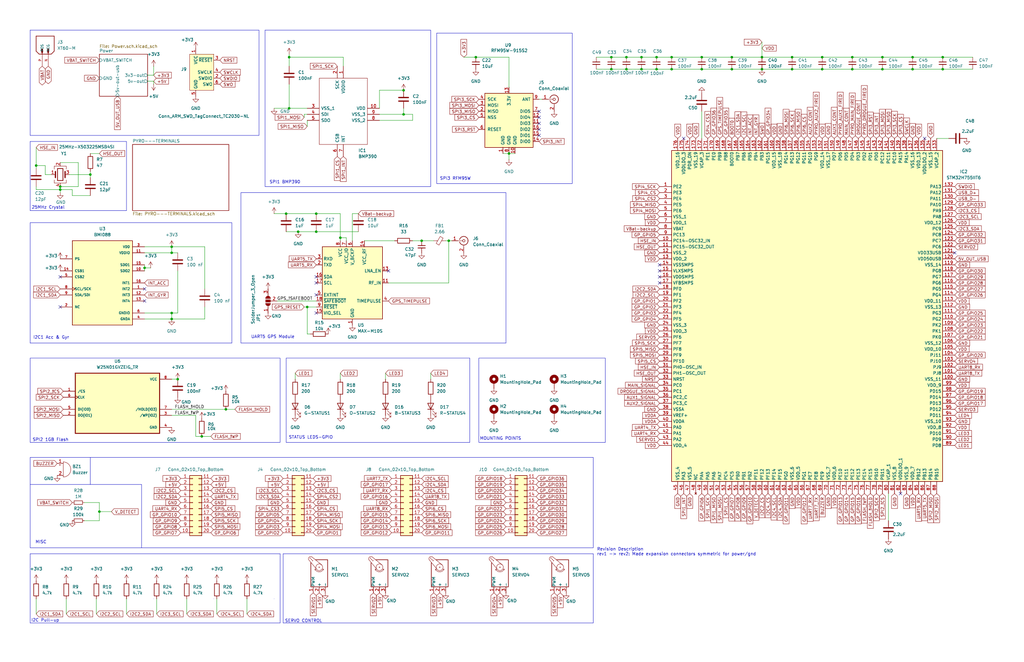
<source format=kicad_sch>
(kicad_sch (version 20231120) (generator "eeschema") (generator_version "8.0")
  (paper "B")
  (title_block (title "H.A.V.O.C.") (rev "1"))
  (lib_symbols
    (symbol "+3V3_1" (power) (pin_numbers hide) (pin_names (offset 0) hide)
      (property "Value" "+3V3" (at 0 3.556 0))
      (symbol "+3V3_1_1_1"
        (pin power_in line (at 0 0 90) (length 0) (name "~") (number "1"))
      )
    )
    (symbol "+3V3_10" (power) (pin_numbers hide) (pin_names (offset 0) hide)
      (property "Value" "+3V3" (at 0 3.556 0))
      (symbol "+3V3_10_1_1"
        (pin power_in line (at 0 0 90) (length 0) (name "~") (number "1"))
      )
    )
    (symbol "+3V3_2" (power) (pin_numbers hide) (pin_names (offset 0) hide)
      (property "Value" "+3V3" (at 0 3.556 0))
      (symbol "+3V3_2_1_1"
        (pin power_in line (at 0 0 90) (length 0) (name "~") (number "1"))
      )
    )
    (symbol "+3V3_3" (power) (pin_numbers hide) (pin_names (offset 0) hide)
      (property "Value" "+3V3" (at 0 3.556 0))
      (symbol "+3V3_3_1_1"
        (pin power_in line (at 0 0 90) (length 0) (name "~") (number "1"))
      )
    )
    (symbol "+3V3_4" (power) (pin_numbers hide) (pin_names (offset 0) hide)
      (property "Value" "+3V3" (at 0 3.556 0))
      (symbol "+3V3_4_1_1"
        (pin power_in line (at 0 0 90) (length 0) (name "~") (number "1"))
      )
    )
    (symbol "+3V3_5" (power) (pin_numbers hide) (pin_names (offset 0) hide)
      (property "Value" "+3V3" (at 0 3.556 0))
      (symbol "+3V3_5_1_1"
        (pin power_in line (at 0 0 90) (length 0) (name "~") (number "1"))
      )
    )
    (symbol "+3V3_6" (power) (pin_numbers hide) (pin_names (offset 0) hide)
      (property "Value" "+3V3" (at 0 3.556 0))
      (symbol "+3V3_6_1_1"
        (pin power_in line (at 0 0 90) (length 0) (name "~") (number "1"))
      )
    )
    (symbol "+3V3_7" (power) (pin_numbers hide) (pin_names (offset 0) hide)
      (property "Value" "+3V3" (at 0 3.556 0))
      (symbol "+3V3_7_1_1"
        (pin power_in line (at 0 0 90) (length 0) (name "~") (number "1"))
      )
    )
    (symbol "+3V3_8" (power) (pin_numbers hide) (pin_names (offset 0) hide)
      (property "Value" "+3V3" (at 0 3.556 0))
      (symbol "+3V3_8_1_1"
        (pin power_in line (at 0 0 90) (length 0) (name "~") (number "1"))
      )
    )
    (symbol "+3V3_9" (power) (pin_numbers hide) (pin_names (offset 0) hide)
      (property "Value" "+3V3" (at 0 3.556 0))
      (symbol "+3V3_9_1_1"
        (pin power_in line (at 0 0 90) (length 0) (name "~") (number "1"))
      )
    )
    (symbol "1GB Flash Chip:W25N01GVZEIG_TR" (pin_names (offset 1.016))
      (property "Reference" "U" (at -17.78 13.7 0))
      (property "Value" "W25N01GVZEIG_TR" (at -17.78 -16.7 0))
      (symbol "W25N01GVZEIG_TR_0_0"
        (pin input line (at -22.86 5.08 0) (length 5.08) (name "/CS") (number "1"))
        (pin bidirectional line (at -22.86 -5.08 0) (length 5.08) (name "DO(IO1)") (number "2"))
        (pin bidirectional line (at 22.86 -5.08 180) (length 5.08) (name "/WP(IO2)") (number "3"))
        (pin power_in line (at 22.86 -10.16 180) (length 5.08) (name "GND") (number "4"))
        (pin bidirectional line (at -22.86 -2.54 0) (length 5.08) (name "DI(IO0)") (number "5"))
        (pin input clock (at -22.86 2.54 0) (length 5.08) (name "CLK") (number "6"))
        (pin bidirectional line (at 22.86 -2.54 180) (length 5.08) (name "/HOLD(IO3)") (number "7"))
        (pin power_in line (at 22.86 10.16 180) (length 5.08) (name "VCC") (number "8"))
      )
    )
    (symbol "Connector:Conn_ARM_SWD_TagConnect_TC2030-NL" (in_bom no)
      (property "Reference" "J" (at 2.54 11.43 0))
      (property "Value" "Conn_ARM_SWD_TagConnect_TC2030-NL" (at 2.54 8.89 0))
      (symbol "Conn_ARM_SWD_TagConnect_TC2030-NL_0_0"
        (pin power_in line (at -2.54 10.16 270) (length 2.54) (name "VCC") (number "1"))
        (pin bidirectional line (at 7.62 -2.54 180) (length 2.54) (name "SWDIO") (number "2"))
        (pin open_collector line (at 7.62 5.08 180) (length 2.54) (name "~{RESET}") (number "3"))
        (pin output line (at 7.62 0 180) (length 2.54) (name "SWCLK") (number "4"))
        (pin power_in line (at -2.54 -10.16 90) (length 2.54) (name "GND") (number "5"))
        (pin input line (at 7.62 -5.08 180) (length 2.54) (name "SWO") (number "6"))
      )
    )
    (symbol "Connector:Conn_Coaxial" (pin_names (offset 1.016) hide)
      (property "Reference" "J" (at 0.254 3.048 0))
      (property "Value" "Conn_Coaxial" (at 2.921 0 90))
      (symbol "Conn_Coaxial_1_1"
        (pin passive line (at -5.08 0 0) (length 2.54) (name "In") (number "1"))
        (pin passive line (at 0 -5.08 90) (length 2.54) (name "Ext") (number "2"))
      )
    )
    (symbol "Connector_Generic:Conn_02x10_Top_Bottom" (pin_names (offset 1.016) hide)
      (property "Reference" "J" (at 1.27 12.7 0))
      (property "Value" "Conn_02x10_Top_Bottom" (at 1.27 -15.24 0))
      (symbol "Conn_02x10_Top_Bottom_1_1"
        (pin passive line (at -5.08 10.16 0) (length 3.81) (name "Pin_1") (number "1"))
        (pin passive line (at -5.08 -12.7 0) (length 3.81) (name "Pin_10") (number "10"))
        (pin passive line (at 7.62 10.16 180) (length 3.81) (name "Pin_11") (number "11"))
        (pin passive line (at 7.62 7.62 180) (length 3.81) (name "Pin_12") (number "12"))
        (pin passive line (at 7.62 5.08 180) (length 3.81) (name "Pin_13") (number "13"))
        (pin passive line (at 7.62 2.54 180) (length 3.81) (name "Pin_14") (number "14"))
        (pin passive line (at 7.62 0 180) (length 3.81) (name "Pin_15") (number "15"))
        (pin passive line (at 7.62 -2.54 180) (length 3.81) (name "Pin_16") (number "16"))
        (pin passive line (at 7.62 -5.08 180) (length 3.81) (name "Pin_17") (number "17"))
        (pin passive line (at 7.62 -7.62 180) (length 3.81) (name "Pin_18") (number "18"))
        (pin passive line (at 7.62 -10.16 180) (length 3.81) (name "Pin_19") (number "19"))
        (pin passive line (at -5.08 7.62 0) (length 3.81) (name "Pin_2") (number "2"))
        (pin passive line (at 7.62 -12.7 180) (length 3.81) (name "Pin_20") (number "20"))
        (pin passive line (at -5.08 5.08 0) (length 3.81) (name "Pin_3") (number "3"))
        (pin passive line (at -5.08 2.54 0) (length 3.81) (name "Pin_4") (number "4"))
        (pin passive line (at -5.08 0 0) (length 3.81) (name "Pin_5") (number "5"))
        (pin passive line (at -5.08 -2.54 0) (length 3.81) (name "Pin_6") (number "6"))
        (pin passive line (at -5.08 -5.08 0) (length 3.81) (name "Pin_7") (number "7"))
        (pin passive line (at -5.08 -7.62 0) (length 3.81) (name "Pin_8") (number "8"))
        (pin passive line (at -5.08 -10.16 0) (length 3.81) (name "Pin_9") (number "9"))
      )
    )
    (symbol "Device:Buzzer" (pin_names (offset 0.0254) hide)
      (property "Reference" "BZ" (at 3.81 1.27 0))
      (property "Value" "Buzzer" (at 3.81 -1.27 0))
      (symbol "Buzzer_1_1"
        (pin passive line (at -2.54 2.54 0) (length 2.54) (name "+") (number "1"))
        (pin passive line (at -2.54 -2.54 0) (length 2.54) (name "-") (number "2"))
      )
    )
    (symbol "Device:C" (pin_numbers hide) (pin_names (offset 0.254))
      (property "Reference" "C" (at 0.635 2.54 0))
      (property "Value" "C" (at 0.635 -2.54 0))
      (symbol "C_1_1"
        (pin passive line (at 0 3.81 270) (length 2.794) (name "~") (number "1"))
        (pin passive line (at 0 -3.81 90) (length 2.794) (name "~") (number "2"))
      )
    )
    (symbol "Device:R" (pin_numbers hide) (pin_names (offset 0))
      (property "Reference" "R" (at 2.032 0 90))
      (property "Value" "R" (at 0 0 90))
      (symbol "R_1_1"
        (pin passive line (at 0 3.81 270) (length 1.27) (name "~") (number "1"))
        (pin passive line (at 0 -3.81 90) (length 1.27) (name "~") (number "2"))
      )
    )
    (symbol "GND_1" (power) (pin_numbers hide) (pin_names (offset 0) hide)
      (property "Value" "GND" (at 0 -3.81 0))
      (symbol "GND_1_1_1"
        (pin power_in line (at 0 0 270) (length 0) (name "~") (number "1"))
      )
    )
    (symbol "GND_10" (power) (pin_numbers hide) (pin_names (offset 0) hide)
      (property "Value" "GND" (at 0 -3.81 0))
      (symbol "GND_10_1_1"
        (pin power_in line (at 0 0 270) (length 0) (name "~") (number "1"))
      )
    )
    (symbol "GND_11" (power) (pin_numbers hide) (pin_names (offset 0) hide)
      (property "Value" "GND" (at 0 -3.81 0))
      (symbol "GND_11_1_1"
        (pin power_in line (at 0 0 270) (length 0) (name "~") (number "1"))
      )
    )
    (symbol "GND_12" (power) (pin_numbers hide) (pin_names (offset 0) hide)
      (property "Value" "GND" (at 0 -3.81 0))
      (symbol "GND_12_1_1"
        (pin power_in line (at 0 0 270) (length 0) (name "~") (number "1"))
      )
    )
    (symbol "GND_13" (power) (pin_numbers hide) (pin_names (offset 0) hide)
      (property "Value" "GND" (at 0 -3.81 0))
      (symbol "GND_13_1_1"
        (pin power_in line (at 0 0 270) (length 0) (name "~") (number "1"))
      )
    )
    (symbol "GND_14" (power) (pin_numbers hide) (pin_names (offset 0) hide)
      (property "Value" "GND" (at 0 -3.81 0))
      (symbol "GND_14_1_1"
        (pin power_in line (at 0 0 270) (length 0) (name "~") (number "1"))
      )
    )
    (symbol "GND_15" (power) (pin_numbers hide) (pin_names (offset 0) hide)
      (property "Value" "GND" (at 0 -3.81 0))
      (symbol "GND_15_1_1"
        (pin power_in line (at 0 0 270) (length 0) (name "~") (number "1"))
      )
    )
    (symbol "GND_2" (power) (pin_numbers hide) (pin_names (offset 0) hide)
      (property "Value" "GND" (at 0 -3.81 0))
      (symbol "GND_2_1_1"
        (pin power_in line (at 0 0 270) (length 0) (name "~") (number "1"))
      )
    )
    (symbol "GND_3" (power) (pin_numbers hide) (pin_names (offset 0) hide)
      (property "Value" "GND" (at 0 -3.81 0))
      (symbol "GND_3_1_1"
        (pin power_in line (at 0 0 270) (length 0) (name "~") (number "1"))
      )
    )
    (symbol "GND_4" (power) (pin_numbers hide) (pin_names (offset 0) hide)
      (property "Value" "GND" (at 0 -3.81 0))
      (symbol "GND_4_1_1"
        (pin power_in line (at 0 0 270) (length 0) (name "~") (number "1"))
      )
    )
    (symbol "GND_5" (power) (pin_numbers hide) (pin_names (offset 0) hide)
      (property "Value" "GND" (at 0 -3.81 0))
      (symbol "GND_5_1_1"
        (pin power_in line (at 0 0 270) (length 0) (name "~") (number "1"))
      )
    )
    (symbol "GND_6" (power) (pin_numbers hide) (pin_names (offset 0) hide)
      (property "Value" "GND" (at 0 -3.81 0))
      (symbol "GND_6_1_1"
        (pin power_in line (at 0 0 270) (length 0) (name "~") (number "1"))
      )
    )
    (symbol "GND_7" (power) (pin_numbers hide) (pin_names (offset 0) hide)
      (property "Value" "GND" (at 0 -3.81 0))
      (symbol "GND_7_1_1"
        (pin power_in line (at 0 0 270) (length 0) (name "~") (number "1"))
      )
    )
    (symbol "GND_8" (power) (pin_numbers hide) (pin_names (offset 0) hide)
      (property "Value" "GND" (at 0 -3.81 0))
      (symbol "GND_8_1_1"
        (pin power_in line (at 0 0 270) (length 0) (name "~") (number "1"))
      )
    )
    (symbol "GND_9" (power) (pin_numbers hide) (pin_names (offset 0) hide)
      (property "Value" "GND" (at 0 -3.81 0))
      (symbol "GND_9_1_1"
        (pin power_in line (at 0 0 270) (length 0) (name "~") (number "1"))
      )
    )
    (symbol "HAVOC IMU/MAGNETOMETER:BMI088" (pin_names (offset 1.016))
      (property "Reference" "U" (at -12.7 18.415 0))
      (property "Value" "BMI088" (at -12.7 -20.32 0))
      (symbol "BMI088_0_0"
        (pin bidirectional line (at 17.78 -2.54 180) (length 5.08) (name "INT2") (number "1"))
        (pin output line (at 17.78 5.08 180) (length 5.08) (name "SDO2") (number "10"))
        (pin power_in line (at 17.78 12.7 180) (length 5.08) (name "VDDIO") (number "11"))
        (pin bidirectional line (at 17.78 -5.08 180) (length 5.08) (name "INT3") (number "12"))
        (pin bidirectional line (at 17.78 -7.62 180) (length 5.08) (name "INT4") (number "13"))
        (pin input line (at -17.78 5.08 0) (length 5.08) (name "CSB1") (number "14"))
        (pin output line (at 17.78 7.62 180) (length 5.08) (name "SDO1") (number "15"))
        (pin bidirectional line (at 17.78 0 180) (length 5.08) (name "INT1") (number "16"))
        (pin passive line (at -17.78 -10.16 0) (length 5.08) (name "NC") (number "2"))
        (pin power_in line (at 17.78 15.24 180) (length 5.08) (name "VDD") (number "3"))
        (pin power_in line (at 17.78 -15.24 180) (length 5.08) (name "GNDA") (number "4"))
        (pin input line (at -17.78 2.54 0) (length 5.08) (name "CSB2") (number "5"))
        (pin power_in line (at 17.78 -12.7 180) (length 5.08) (name "GNDIO") (number "6"))
        (pin input line (at -17.78 10.16 0) (length 5.08) (name "PS") (number "7"))
        (pin input clock (at -17.78 -2.54 0) (length 5.08) (name "SCL/SCK") (number "8"))
        (pin bidirectional line (at -17.78 -5.08 0) (length 5.08) (name "SDA/SDI") (number "9"))
      )
    )
    (symbol "Jumper:SolderJumper_3_Open" (pin_names (offset 0) hide) (exclude_from_sim yes) (in_bom no)
      (property "Reference" "JP" (at -2.54 -2.54 0))
      (property "Value" "SolderJumper_3_Open" (at 0 2.794 0))
      (symbol "SolderJumper_3_Open_1_1"
        (pin passive line (at -5.08 0 0) (length 2.54) (name "A") (number "1"))
        (pin passive line (at 0 -3.81 90) (length 2.54) (name "C") (number "2"))
        (pin passive line (at 5.08 0 180) (length 2.54) (name "B") (number "3"))
      )
    )
    (symbol "MCU_ST_STM32H7:STM32H755IIT6"
      (property "Reference" "IC" (at 120.65 20.32 0))
      (property "Value" "STM32H755IIT6" (at 120.65 17.78 0))
      (symbol "STM32H755IIT6_1_1"
        (pin passive line (at 0 0 0) (length 5.08) (name "PE2") (number "1"))
        (pin passive line (at 0 -22.86 0) (length 5.08) (name "PC14-OSC32_IN") (number "10"))
        (pin passive line (at 124.46 -81.28 180) (length 5.08) (name "VSS_11") (number "100"))
        (pin passive line (at 124.46 -78.74 180) (length 5.08) (name "PJ8") (number "101"))
        (pin passive line (at 124.46 -76.2 180) (length 5.08) (name "PJ9") (number "102"))
        (pin passive line (at 124.46 -73.66 180) (length 5.08) (name "PJ10") (number "103"))
        (pin passive line (at 124.46 -71.12 180) (length 5.08) (name "PJ11") (number "104"))
        (pin passive line (at 124.46 -68.58 180) (length 5.08) (name "VDD_10") (number "105"))
        (pin passive line (at 124.46 -66.04 180) (length 5.08) (name "VSS_12") (number "106"))
        (pin passive line (at 124.46 -63.5 180) (length 5.08) (name "PK0") (number "107"))
        (pin passive line (at 124.46 -60.96 180) (length 5.08) (name "PK1") (number "108"))
        (pin passive line (at 124.46 -58.42 180) (length 5.08) (name "PK2") (number "109"))
        (pin passive line (at 0 -25.4 0) (length 5.08) (name "PC15-OSC32_OUT") (number "11"))
        (pin passive line (at 124.46 -55.88 180) (length 5.08) (name "PG2") (number "110"))
        (pin passive line (at 124.46 -53.34 180) (length 5.08) (name "PG3") (number "111"))
        (pin passive line (at 124.46 -50.8 180) (length 5.08) (name "VSS_13") (number "112"))
        (pin passive line (at 124.46 -48.26 180) (length 5.08) (name "VDD_11") (number "113"))
        (pin passive line (at 124.46 -45.72 180) (length 5.08) (name "PG4") (number "114"))
        (pin passive line (at 124.46 -43.18 180) (length 5.08) (name "PG5") (number "115"))
        (pin passive line (at 124.46 -40.64 180) (length 5.08) (name "PG6") (number "116"))
        (pin passive line (at 124.46 -38.1 180) (length 5.08) (name "PG7") (number "117"))
        (pin passive line (at 124.46 -35.56 180) (length 5.08) (name "PG8") (number "118"))
        (pin passive line (at 124.46 -33.02 180) (length 5.08) (name "VSS_14") (number "119"))
        (pin passive line (at 0 -27.94 0) (length 5.08) (name "VSS_2") (number "12"))
        (pin passive line (at 124.46 -30.48 180) (length 5.08) (name "VDD50USB") (number "120"))
        (pin passive line (at 124.46 -27.94 180) (length 5.08) (name "VDD33USB") (number "121"))
        (pin passive line (at 124.46 -25.4 180) (length 5.08) (name "PC6") (number "122"))
        (pin passive line (at 124.46 -22.86 180) (length 5.08) (name "PC7") (number "123"))
        (pin passive line (at 124.46 -20.32 180) (length 5.08) (name "PC8") (number "124"))
        (pin passive line (at 124.46 -17.78 180) (length 5.08) (name "PC9") (number "125"))
        (pin passive line (at 124.46 -15.24 180) (length 5.08) (name "VDD_12") (number "126"))
        (pin passive line (at 124.46 -12.7 180) (length 5.08) (name "PA8") (number "127"))
        (pin passive line (at 124.46 -10.16 180) (length 5.08) (name "PA9") (number "128"))
        (pin passive line (at 124.46 -7.62 180) (length 5.08) (name "PA10") (number "129"))
        (pin passive line (at 0 -30.48 0) (length 5.08) (name "VDD_2") (number "13"))
        (pin passive line (at 124.46 -5.08 180) (length 5.08) (name "PA11") (number "130"))
        (pin passive line (at 124.46 -2.54 180) (length 5.08) (name "PA12") (number "131"))
        (pin passive line (at 124.46 0 180) (length 5.08) (name "PA13") (number "132"))
        (pin passive line (at 116.84 20.32 270) (length 5.08) (name "VCAP_2") (number "133"))
        (pin passive line (at 114.3 20.32 270) (length 5.08) (name "VSS_15") (number "134"))
        (pin passive line (at 111.76 20.32 270) (length 5.08) (name "VDDLDO_2") (number "135"))
        (pin passive line (at 109.22 20.32 270) (length 5.08) (name "VDD_13") (number "136"))
        (pin passive line (at 106.68 20.32 270) (length 5.08) (name "VSS_16") (number "137"))
        (pin passive line (at 104.14 20.32 270) (length 5.08) (name "PA14") (number "138"))
        (pin passive line (at 101.6 20.32 270) (length 5.08) (name "PA15") (number "139"))
        (pin passive line (at 0 -33.02 0) (length 5.08) (name "VSSSMPS") (number "14"))
        (pin passive line (at 99.06 20.32 270) (length 5.08) (name "PC10") (number "140"))
        (pin passive line (at 96.52 20.32 270) (length 5.08) (name "PC11") (number "141"))
        (pin passive line (at 93.98 20.32 270) (length 5.08) (name "PC12") (number "142"))
        (pin passive line (at 91.44 20.32 270) (length 5.08) (name "PD0") (number "143"))
        (pin passive line (at 88.9 20.32 270) (length 5.08) (name "PD1") (number "144"))
        (pin passive line (at 86.36 20.32 270) (length 5.08) (name "PD2") (number "145"))
        (pin passive line (at 83.82 20.32 270) (length 5.08) (name "PD3") (number "146"))
        (pin passive line (at 81.28 20.32 270) (length 5.08) (name "PD4") (number "147"))
        (pin passive line (at 78.74 20.32 270) (length 5.08) (name "PD5") (number "148"))
        (pin passive line (at 76.2 20.32 270) (length 5.08) (name "PD6") (number "149"))
        (pin passive line (at 0 -35.56 0) (length 5.08) (name "VLXSMPS") (number "15"))
        (pin passive line (at 73.66 20.32 270) (length 5.08) (name "PD7") (number "150"))
        (pin passive line (at 71.12 20.32 270) (length 5.08) (name "VSS_17") (number "151"))
        (pin passive line (at 68.58 20.32 270) (length 5.08) (name "VDD_14") (number "152"))
        (pin passive line (at 66.04 20.32 270) (length 5.08) (name "PG9") (number "153"))
        (pin passive line (at 63.5 20.32 270) (length 5.08) (name "PG10") (number "154"))
        (pin passive line (at 60.96 20.32 270) (length 5.08) (name "PG11") (number "155"))
        (pin passive line (at 58.42 20.32 270) (length 5.08) (name "PG12") (number "156"))
        (pin passive line (at 55.88 20.32 270) (length 5.08) (name "PG13") (number "157"))
        (pin passive line (at 53.34 20.32 270) (length 5.08) (name "PG14") (number "158"))
        (pin passive line (at 50.8 20.32 270) (length 5.08) (name "VSS_18") (number "159"))
        (pin passive line (at 0 -38.1 0) (length 5.08) (name "VDDSMPS") (number "16"))
        (pin passive line (at 48.26 20.32 270) (length 5.08) (name "VDD_15") (number "160"))
        (pin passive line (at 45.72 20.32 270) (length 5.08) (name "PG15") (number "161"))
        (pin passive line (at 43.18 20.32 270) (length 5.08) (name "PB3") (number "162"))
        (pin passive line (at 40.64 20.32 270) (length 5.08) (name "PB4") (number "163"))
        (pin passive line (at 38.1 20.32 270) (length 5.08) (name "PB5") (number "164"))
        (pin passive line (at 35.56 20.32 270) (length 5.08) (name "PB6") (number "165"))
        (pin passive line (at 33.02 20.32 270) (length 5.08) (name "PB7") (number "166"))
        (pin passive line (at 30.48 20.32 270) (length 5.08) (name "BOOT0") (number "167"))
        (pin passive line (at 27.94 20.32 270) (length 5.08) (name "PB8") (number "168"))
        (pin passive line (at 25.4 20.32 270) (length 5.08) (name "PB9") (number "169"))
        (pin passive line (at 0 -40.64 0) (length 5.08) (name "VFBSMPS") (number "17"))
        (pin passive line (at 22.86 20.32 270) (length 5.08) (name "PE0") (number "170"))
        (pin passive line (at 20.32 20.32 270) (length 5.08) (name "PE1") (number "171"))
        (pin passive line (at 17.78 20.32 270) (length 5.08) (name "VCAP_3") (number "172"))
        (pin passive line (at 15.24 20.32 270) (length 5.08) (name "VSS_19") (number "173"))
        (pin passive line (at 12.7 20.32 270) (length 5.08) (name "PDR_ON") (number "174"))
        (pin passive line (at 10.16 20.32 270) (length 5.08) (name "VDDLDO_3") (number "175"))
        (pin passive line (at 7.62 20.32 270) (length 5.08) (name "VDD_16") (number "176"))
        (pin passive line (at 0 -43.18 0) (length 5.08) (name "PF0") (number "18"))
        (pin passive line (at 0 -45.72 0) (length 5.08) (name "PF1") (number "19"))
        (pin passive line (at 0 -2.54 0) (length 5.08) (name "PE3") (number "2"))
        (pin passive line (at 0 -48.26 0) (length 5.08) (name "PF2") (number "20"))
        (pin passive line (at 0 -50.8 0) (length 5.08) (name "PF3") (number "21"))
        (pin passive line (at 0 -53.34 0) (length 5.08) (name "PF4") (number "22"))
        (pin passive line (at 0 -55.88 0) (length 5.08) (name "PF5") (number "23"))
        (pin passive line (at 0 -58.42 0) (length 5.08) (name "VSS_3") (number "24"))
        (pin passive line (at 0 -60.96 0) (length 5.08) (name "VDD_3") (number "25"))
        (pin passive line (at 0 -63.5 0) (length 5.08) (name "PF6") (number "26"))
        (pin passive line (at 0 -66.04 0) (length 5.08) (name "PF7") (number "27"))
        (pin passive line (at 0 -68.58 0) (length 5.08) (name "PF8") (number "28"))
        (pin passive line (at 0 -71.12 0) (length 5.08) (name "PF9") (number "29"))
        (pin passive line (at 0 -5.08 0) (length 5.08) (name "PE4") (number "3"))
        (pin passive line (at 0 -73.66 0) (length 5.08) (name "PF10") (number "30"))
        (pin passive line (at 0 -76.2 0) (length 5.08) (name "PH0-OSC_IN") (number "31"))
        (pin passive line (at 0 -78.74 0) (length 5.08) (name "PH1-OSC_OUT") (number "32"))
        (pin passive line (at 0 -81.28 0) (length 5.08) (name "NRST") (number "33"))
        (pin passive line (at 0 -83.82 0) (length 5.08) (name "PC0") (number "34"))
        (pin passive line (at 0 -86.36 0) (length 5.08) (name "PC1") (number "35"))
        (pin passive line (at 0 -88.9 0) (length 5.08) (name "PC2_C") (number "36"))
        (pin passive line (at 0 -91.44 0) (length 5.08) (name "PC3_C") (number "37"))
        (pin passive line (at 0 -93.98 0) (length 5.08) (name "VSSA") (number "38"))
        (pin passive line (at 0 -96.52 0) (length 5.08) (name "VREF+") (number "39"))
        (pin passive line (at 0 -7.62 0) (length 5.08) (name "PE5") (number "4"))
        (pin passive line (at 0 -99.06 0) (length 5.08) (name "VDDA") (number "40"))
        (pin passive line (at 0 -101.6 0) (length 5.08) (name "PA0") (number "41"))
        (pin passive line (at 0 -104.14 0) (length 5.08) (name "PA1") (number "42"))
        (pin passive line (at 0 -106.68 0) (length 5.08) (name "PA2") (number "43"))
        (pin passive line (at 0 -109.22 0) (length 5.08) (name "VDD_4") (number "44"))
        (pin passive line (at 7.62 -129.54 90) (length 5.08) (name "VSS_4") (number "45"))
        (pin passive line (at 10.16 -129.54 90) (length 5.08) (name "PA3") (number "46"))
        (pin passive line (at 12.7 -129.54 90) (length 5.08) (name "VSS_5") (number "47"))
        (pin no_connect line (at 15.24 -129.54 90) (length 5.08) (name "NC") (number "48"))
        (pin passive line (at 17.78 -129.54 90) (length 5.08) (name "PA4") (number "49"))
        (pin passive line (at 0 -10.16 0) (length 5.08) (name "PE6") (number "5"))
        (pin passive line (at 20.32 -129.54 90) (length 5.08) (name "PA5") (number "50"))
        (pin passive line (at 22.86 -129.54 90) (length 5.08) (name "PA6") (number "51"))
        (pin passive line (at 25.4 -129.54 90) (length 5.08) (name "PA7") (number "52"))
        (pin passive line (at 27.94 -129.54 90) (length 5.08) (name "PC4") (number "53"))
        (pin passive line (at 30.48 -129.54 90) (length 5.08) (name "PC5") (number "54"))
        (pin passive line (at 33.02 -129.54 90) (length 5.08) (name "PB0") (number "55"))
        (pin passive line (at 35.56 -129.54 90) (length 5.08) (name "PB1") (number "56"))
        (pin passive line (at 38.1 -129.54 90) (length 5.08) (name "PB2") (number "57"))
        (pin passive line (at 40.64 -129.54 90) (length 5.08) (name "PF11") (number "58"))
        (pin passive line (at 43.18 -129.54 90) (length 5.08) (name "PF12") (number "59"))
        (pin passive line (at 0 -12.7 0) (length 5.08) (name "VSS_1") (number "6"))
        (pin passive line (at 45.72 -129.54 90) (length 5.08) (name "PF13") (number "60"))
        (pin passive line (at 48.26 -129.54 90) (length 5.08) (name "PF14") (number "61"))
        (pin passive line (at 50.8 -129.54 90) (length 5.08) (name "PF15") (number "62"))
        (pin passive line (at 53.34 -129.54 90) (length 5.08) (name "PG0") (number "63"))
        (pin passive line (at 55.88 -129.54 90) (length 5.08) (name "VSS_6") (number "64"))
        (pin passive line (at 58.42 -129.54 90) (length 5.08) (name "VDD_5") (number "65"))
        (pin passive line (at 60.96 -129.54 90) (length 5.08) (name "PG1") (number "66"))
        (pin passive line (at 63.5 -129.54 90) (length 5.08) (name "PE7") (number "67"))
        (pin passive line (at 66.04 -129.54 90) (length 5.08) (name "PE8") (number "68"))
        (pin passive line (at 68.58 -129.54 90) (length 5.08) (name "PE9") (number "69"))
        (pin passive line (at 0 -15.24 0) (length 5.08) (name "VDD_1") (number "7"))
        (pin passive line (at 71.12 -129.54 90) (length 5.08) (name "VSS_7") (number "70"))
        (pin passive line (at 73.66 -129.54 90) (length 5.08) (name "VDD_6") (number "71"))
        (pin passive line (at 76.2 -129.54 90) (length 5.08) (name "PE10") (number "72"))
        (pin passive line (at 78.74 -129.54 90) (length 5.08) (name "PE11") (number "73"))
        (pin passive line (at 81.28 -129.54 90) (length 5.08) (name "PE12") (number "74"))
        (pin passive line (at 83.82 -129.54 90) (length 5.08) (name "PE13") (number "75"))
        (pin passive line (at 86.36 -129.54 90) (length 5.08) (name "PE14") (number "76"))
        (pin passive line (at 88.9 -129.54 90) (length 5.08) (name "PE15") (number "77"))
        (pin passive line (at 91.44 -129.54 90) (length 5.08) (name "PB10") (number "78"))
        (pin passive line (at 93.98 -129.54 90) (length 5.08) (name "PB11") (number "79"))
        (pin passive line (at 0 -17.78 0) (length 5.08) (name "VBAT") (number "8"))
        (pin passive line (at 96.52 -129.54 90) (length 5.08) (name "VCAP_1") (number "80"))
        (pin passive line (at 99.06 -129.54 90) (length 5.08) (name "VSS_8") (number "81"))
        (pin passive line (at 101.6 -129.54 90) (length 5.08) (name "VDDLDO_1") (number "82"))
        (pin passive line (at 104.14 -129.54 90) (length 5.08) (name "VSS_9") (number "83"))
        (pin passive line (at 106.68 -129.54 90) (length 5.08) (name "VDD_7") (number "84"))
        (pin passive line (at 109.22 -129.54 90) (length 5.08) (name "PB12") (number "85"))
        (pin passive line (at 111.76 -129.54 90) (length 5.08) (name "PB13") (number "86"))
        (pin passive line (at 114.3 -129.54 90) (length 5.08) (name "PB14") (number "87"))
        (pin passive line (at 116.84 -129.54 90) (length 5.08) (name "PB15") (number "88"))
        (pin passive line (at 124.46 -109.22 180) (length 5.08) (name "PD8") (number "89"))
        (pin passive line (at 0 -20.32 0) (length 5.08) (name "PC13") (number "9"))
        (pin passive line (at 124.46 -106.68 180) (length 5.08) (name "PD9") (number "90"))
        (pin passive line (at 124.46 -104.14 180) (length 5.08) (name "PD10") (number "91"))
        (pin passive line (at 124.46 -101.6 180) (length 5.08) (name "VDD_8") (number "92"))
        (pin passive line (at 124.46 -99.06 180) (length 5.08) (name "VSS_10") (number "93"))
        (pin passive line (at 124.46 -96.52 180) (length 5.08) (name "PD11") (number "94"))
        (pin passive line (at 124.46 -93.98 180) (length 5.08) (name "PD12") (number "95"))
        (pin passive line (at 124.46 -91.44 180) (length 5.08) (name "PD13") (number "96"))
        (pin passive line (at 124.46 -88.9 180) (length 5.08) (name "PD14") (number "97"))
        (pin passive line (at 124.46 -86.36 180) (length 5.08) (name "PD15") (number "98"))
        (pin passive line (at 124.46 -83.82 180) (length 5.08) (name "VDD_9") (number "99"))
      )
    )
    (symbol "Mechanical:MountingHole_Pad" (pin_numbers hide) (pin_names (offset 1.016) hide) (exclude_from_sim yes) (in_bom no)
      (property "Reference" "H" (at 0 6.35 0))
      (property "Value" "MountingHole_Pad" (at 0 4.445 0))
      (symbol "MountingHole_Pad_1_1"
        (pin input line (at 0 -2.54 90) (length 2.54) (name "1") (number "1"))
      )
    )
    (symbol "Motor:Motor_Servo" (pin_names (offset 0.0254))
      (property "Reference" "M" (at -5.08 4.445 0))
      (property "Value" "Motor_Servo" (at -5.08 -4.064 0))
      (symbol "Motor_Servo_1_1"
        (pin passive line (at -7.62 2.54 0) (length 2.54) (name "PWM") (number "1"))
        (pin passive line (at -7.62 0 0) (length 2.54) (name "+") (number "2"))
        (pin passive line (at -7.62 -2.54 0) (length 2.54) (name "-") (number "3"))
      )
    )
    (symbol "RF_GPS:MAX-M10S"
      (property "Reference" "U" (at -10.16 16.51 0))
      (property "Value" "MAX-M10S" (at 11.43 16.51 0))
      (symbol "MAX-M10S_1_1"
        (pin power_in line (at 0 -17.78 90) (length 2.54) (name "GND") (number "1"))
        (pin passive line (at 0 -17.78 90) (length 2.54) hide (name "GND") (number "10"))
        (pin input line (at 15.24 0 180) (length 2.54) (name "RF_IN") (number "11"))
        (pin passive line (at 0 -17.78 90) (length 2.54) hide (name "GND") (number "12"))
        (pin output line (at 15.24 5.08 180) (length 2.54) (name "LNA_EN") (number "13"))
        (pin power_out line (at 5.08 17.78 270) (length 2.54) (name "VCC_RF") (number "14"))
        (pin input line (at -15.24 -12.7 0) (length 2.54) (name "VIO_SEL") (number "15"))
        (pin bidirectional line (at -15.24 2.54 0) (length 2.54) (name "SDA") (number "16"))
        (pin input line (at -15.24 0 0) (length 2.54) (name "SCL") (number "17"))
        (pin input line (at -15.24 -7.62 0) (length 2.54) (name "~{SAFEBOOT}") (number "18"))
        (pin output line (at -15.24 7.62 0) (length 2.54) (name "TXD") (number "2"))
        (pin input line (at -15.24 10.16 0) (length 2.54) (name "RXD") (number "3"))
        (pin output line (at 15.24 -7.62 180) (length 2.54) (name "TIMEPULSE") (number "4"))
        (pin input line (at -15.24 -5.08 0) (length 2.54) (name "EXTINT") (number "5"))
        (pin power_in line (at 0 17.78 270) (length 2.54) (name "V_BCKP") (number "6"))
        (pin power_in line (at -2.54 17.78 270) (length 2.54) (name "VCC_IO") (number "7"))
        (pin power_in line (at -5.08 17.78 270) (length 2.54) (name "VCC") (number "8"))
        (pin input line (at -15.24 -10.16 0) (length 2.54) (name "~{RESET}") (number "9"))
      )
    )
    (symbol "RF_Module:RFM95W-915S2" (pin_names (offset 1.016))
      (property "Reference" "U" (at -10.414 11.684 0))
      (property "Value" "RFM95W-915S2" (at 1.524 11.43 0))
      (symbol "RFM95W-915S2_1_1"
        (pin power_in line (at -2.54 -15.24 90) (length 2.54) (name "GND") (number "1"))
        (pin power_in line (at 2.54 -15.24 90) (length 2.54) (name "GND") (number "10"))
        (pin bidirectional line (at 12.7 -2.54 180) (length 2.54) (name "DIO3") (number "11"))
        (pin bidirectional line (at 12.7 0 180) (length 2.54) (name "DIO4") (number "12"))
        (pin power_in line (at 0 12.7 270) (length 2.54) (name "3.3V") (number "13"))
        (pin bidirectional line (at 12.7 -10.16 180) (length 2.54) (name "DIO0") (number "14"))
        (pin bidirectional line (at 12.7 -7.62 180) (length 2.54) (name "DIO1") (number "15"))
        (pin bidirectional line (at 12.7 -5.08 180) (length 2.54) (name "DIO2") (number "16"))
        (pin output line (at -12.7 2.54 0) (length 2.54) (name "MISO") (number "2"))
        (pin input line (at -12.7 5.08 0) (length 2.54) (name "MOSI") (number "3"))
        (pin input line (at -12.7 7.62 0) (length 2.54) (name "SCK") (number "4"))
        (pin input line (at -12.7 0 0) (length 2.54) (name "NSS") (number "5"))
        (pin bidirectional line (at -12.7 -5.08 0) (length 2.54) (name "RESET") (number "6"))
        (pin bidirectional line (at 12.7 2.54 180) (length 2.54) (name "DIO5") (number "7"))
        (pin power_in line (at 0 -15.24 90) (length 2.54) (name "GND") (number "8"))
        (pin bidirectional line (at 12.7 7.62 180) (length 2.54) (name "ANT") (number "9"))
      )
    )
    (symbol "XT60-M:XT60-M" (pin_names (offset 1.016))
      (property "Reference" "J" (at 0 6.35 0))
      (property "Value" "XT60-M" (at 0 -5.08 0))
      (symbol "XT60-M_0_0"
        (pin passive line (at -5.08 0 0) (length 5.08) (name "NEG") (number "N"))
        (pin passive line (at -5.08 2.54 0) (length 5.08) (name "POS") (number "P"))
      )
    )
    (symbol "bmp390:BMP390" (pin_names (offset 0.762))
      (property "Reference" "IC" (at 26.67 17.78 0))
      (property "Value" "BMP390" (at 26.67 15.24 0))
      (symbol "BMP390_0_0"
        (pin passive line (at 15.24 17.78 270) (length 5.08) (name "VDDIO") (number "1"))
        (pin passive line (at 30.48 0 180) (length 5.08) (name "VDD") (number "10"))
        (pin passive line (at 12.7 17.78 270) (length 5.08) (name "SCK") (number "2"))
        (pin passive line (at 0 0 0) (length 5.08) (name "VSS_1") (number "3"))
        (pin passive line (at 0 -2.54 0) (length 5.08) (name "SDI") (number "4"))
        (pin passive line (at 0 -5.08 0) (length 5.08) (name "SDO") (number "5"))
        (pin passive line (at 12.7 -20.32 90) (length 5.08) (name "CSB") (number "6"))
        (pin passive line (at 15.24 -20.32 90) (length 5.08) (name "INT") (number "7"))
        (pin passive line (at 30.48 -5.08 180) (length 5.08) (name "VSS_2") (number "8"))
        (pin passive line (at 30.48 -2.54 180) (length 5.08) (name "VSS_3") (number "9"))
      )
    )
    (symbol "cr-2032:C_Small" (pin_numbers hide) (pin_names (offset 0.254) hide)
      (property "Reference" "C" (at 0.254 1.778 0))
      (property "Value" "C_Small" (at 0.254 -2.032 0))
      (symbol "C_Small_1_1"
        (pin passive line (at 0 2.54 270) (length 2.032) (name "~") (number "1"))
        (pin passive line (at 0 -2.54 90) (length 2.032) (name "~") (number "2"))
      )
    )
    (symbol "cr-2032:Crystal_GND24" (pin_names (offset 1.016) hide)
      (property "Reference" "Y" (at 3.175 5.08 0))
      (property "Value" "Crystal_GND24" (at 3.175 3.175 0))
      (symbol "Crystal_GND24_1_1"
        (pin passive line (at -3.81 0 0) (length 1.27) (name "1") (number "1"))
        (pin passive line (at 0 5.08 270) (length 1.27) (name "2") (number "2"))
        (pin passive line (at 3.81 0 180) (length 1.27) (name "3") (number "3"))
        (pin passive line (at 0 -5.08 90) (length 1.27) (name "4") (number "4"))
      )
    )
    (symbol "cr-2032:FerriteBead_Small" (pin_numbers hide) (pin_names (offset 0))
      (property "Reference" "FB" (at 1.905 1.27 0))
      (property "Value" "FerriteBead_Small" (at 1.905 -1.27 0))
      (symbol "FerriteBead_Small_1_1"
        (pin passive line (at 0 2.54 270) (length 1.27) (name "~") (number "1"))
        (pin passive line (at 0 -2.54 90) (length 1.27) (name "~") (number "2"))
      )
    )
    (symbol "cr-2032:LED" (pin_numbers hide) (pin_names (offset 1.016) hide)
      (property "Reference" "D" (at 0 2.54 0))
      (property "Value" "LED" (at 0 -2.54 0))
      (symbol "LED_1_1"
        (pin passive line (at -3.81 0 0) (length 2.54) (name "K") (number "1"))
        (pin passive line (at 3.81 0 180) (length 2.54) (name "A") (number "2"))
      )
    )
    (symbol "cr-2032:R_Small" (pin_numbers hide) (pin_names (offset 0.254) hide)
      (property "Reference" "R" (at 0.762 0.508 0))
      (property "Value" "R_Small" (at 0.762 -1.016 0))
      (symbol "R_Small_1_1"
        (pin passive line (at 0 2.54 270) (length 0.762) (name "~") (number "1"))
        (pin passive line (at 0 -2.54 90) (length 0.762) (name "~") (number "2"))
      )
    )
    (symbol "power:+3V3" (power) (pin_names (offset 0))
      (property "Value" "+3V3" (at 0 3.556 0))
      (symbol "+3V3_1_1"
        (pin power_in line (at 0 0 90) (length 0) hide (name "+3V3") (number "1"))
      )
    )
    (symbol "power:+5V" (power) (pin_numbers hide) (pin_names (offset 0) hide)
      (property "Value" "+5V" (at 0 3.556 0))
      (symbol "+5V_1_1"
        (pin power_in line (at 0 0 90) (length 0) (name "~") (number "1"))
      )
    )
    (symbol "power:GND" (power) (pin_names (offset 0))
      (property "Value" "GND" (at 0 -3.81 0))
      (symbol "GND_1_1"
        (pin power_in line (at 0 0 270) (length 0) hide (name "GND") (number "1"))
      )
    )
  )
  (junction (at 397.51 24.13))
  (junction (at 85.09 184.15))
  (junction (at 270.51 24.13))
  (junction (at 334.01 24.13))
  (junction (at 133.35 97.79))
  (junction (at 264.16 24.13))
  (junction (at 397.51 29.21))
  (junction (at 257.81 24.13))
  (junction (at 200.66 24.13))
  (junction (at 129.54 129.54))
  (junction (at 177.8 101.6))
  (junction (at 372.11 29.21))
  (junction (at 384.81 29.21))
  (junction (at 308.61 24.13))
  (junction (at 15.24 69.85))
  (junction (at 295.91 29.21))
  (junction (at 346.71 29.21))
  (junction (at 346.71 24.13))
  (junction (at 321.31 29.21))
  (junction (at 41.91 215.9))
  (junction (at 384.81 24.13))
  (junction (at 72.39 134.62))
  (junction (at 120.65 90.17))
  (junction (at 121.92 24.13))
  (junction (at 121.92 45.72))
  (junction (at 308.61 29.21))
  (junction (at 189.23 101.6))
  (junction (at 276.86 24.13))
  (junction (at 359.41 29.21))
  (junction (at 270.51 29.21))
  (junction (at 264.16 29.21))
  (junction (at 257.81 29.21))
  (junction (at 334.01 29.21))
  (junction (at 25.4 78.74))
  (junction (at 170.18 38.1))
  (junction (at 276.86 29.21))
  (junction (at 72.39 106.68))
  (junction (at 72.39 104.14))
  (junction (at 95.25 172.72))
  (junction (at 170.18 48.26))
  (junction (at 125.73 97.79))
  (junction (at 214.63 64.77))
  (junction (at 133.35 90.17))
  (junction (at 295.91 24.13))
  (junction (at 372.11 24.13))
  (junction (at 38.1 73.66))
  (junction (at 321.31 24.13))
  (junction (at 283.21 29.21))
  (junction (at 143.51 100.33))
  (junction (at 359.41 24.13))
  (junction (at 72.39 132.08))
  (junction (at 283.21 24.13))
  (junction (at 74.93 160.02))
  (junction (at 25.4 80.01))
  (junction (at 60.96 113.03))
  (no_connect (at 227.33 54.61))
  (no_connect (at 133.35 124.46))
  (no_connect (at 278.13 114.3))
  (no_connect (at 163.83 114.3))
  (no_connect (at 227.33 46.99))
  (no_connect (at 133.35 132.08))
  (no_connect (at 25.4 116.84))
  (no_connect (at 60.96 121.92))
  (no_connect (at 288.29 58.42))
  (no_connect (at 379.73 208.28))
  (no_connect (at 25.4 129.54))
  (no_connect (at 227.33 52.07))
  (no_connect (at 227.33 57.15))
  (no_connect (at 60.96 127))
  (no_connect (at 278.13 111.76))
  (no_connect (at 227.33 49.53))
  (no_connect (at 278.13 119.38))
  (no_connect (at 133.35 116.84))
  (no_connect (at 133.35 119.38))
  (no_connect (at 389.89 58.42))
  (no_connect (at 278.13 116.84))
  (no_connect (at 402.59 106.68))
  (polyline (pts (xy 12.7 233.68) (xy 118.11 233.68)))
  (wire (pts (xy 374.65 208.28) (xy 374.65 219.71)))
  (wire (pts (xy 151.13 97.79) (xy 133.35 97.79)))
  (polyline (pts (xy 90.17 252.73) (xy 90.17 252.73)))
  (wire (pts (xy 212.09 64.77) (xy 214.63 64.77)))
  (wire (pts (xy 257.81 24.13) (xy 264.16 24.13)))
  (wire (pts (xy 359.41 29.21) (xy 372.11 29.21)))
  (wire (pts (xy 29.21 73.66) (xy 38.1 73.66)))
  (wire (pts (xy 64.77 34.29) (xy 64.77 35.56)))
  (wire (pts (xy 283.21 24.13) (xy 295.91 24.13)))
  (wire (pts (xy 162.56 160.02) (xy 162.56 157.48)))
  (wire (pts (xy 372.11 24.13) (xy 384.81 24.13)))
  (wire (pts (xy 99.06 172.72) (xy 95.25 172.72)))
  (wire (pts (xy 72.39 172.72) (xy 95.25 172.72)))
  (wire (pts (xy 133.35 90.17) (xy 143.51 90.17)))
  (wire (pts (xy 35.56 212.09) (xy 41.91 212.09)))
  (wire (pts (xy 283.21 29.21) (xy 295.91 29.21)))
  (polyline (pts (xy 12.7 233.68) (xy 12.7 262.89)))
  (wire (pts (xy 91.44 252.73) (xy 91.44 259.08)))
  (wire (pts (xy 397.51 29.21) (xy 410.21 29.21)))
  (wire (pts (xy 214.63 64.77) (xy 217.17 64.77)))
  (wire (pts (xy 264.16 24.13) (xy 270.51 24.13)))
  (wire (pts (xy 189.23 101.6) (xy 187.96 101.6)))
  (wire (pts (xy 41.91 215.9) (xy 41.91 219.71)))
  (wire (pts (xy 160.02 50.8) (xy 173.99 50.8)))
  (wire (pts (xy 74.93 114.3) (xy 74.93 132.08)))
  (wire (pts (xy 40.64 252.73) (xy 40.64 259.08)))
  (wire (pts (xy 64.77 34.29) (xy 62.23 34.29)))
  (wire (pts (xy 72.39 104.14) (xy 72.39 106.68)))
  (wire (pts (xy 160.02 38.1) (xy 170.18 38.1)))
  (wire (pts (xy 115.57 45.72) (xy 121.92 45.72)))
  (wire (pts (xy 384.81 29.21) (xy 397.51 29.21)))
  (wire (pts (xy 173.99 48.26) (xy 170.18 48.26)))
  (wire (pts (xy 72.39 104.14) (xy 60.96 104.14)))
  (wire (pts (xy 104.14 252.73) (xy 104.14 259.08)))
  (wire (pts (xy 146.05 100.33) (xy 143.51 100.33)))
  (wire (pts (xy 38.1 64.77) (xy 41.91 64.77)))
  (wire (pts (xy 19.05 73.66) (xy 19.05 69.85)))
  (wire (pts (xy 153.67 101.6) (xy 166.37 101.6)))
  (wire (pts (xy 295.91 24.13) (xy 308.61 24.13)))
  (wire (pts (xy 30.48 80.01) (xy 30.48 82.55)))
  (wire (pts (xy 308.61 29.21) (xy 321.31 29.21)))
  (wire (pts (xy 74.93 132.08) (xy 72.39 132.08)))
  (polyline (pts (xy 12.7 262.89) (xy 118.11 262.89)))
  (wire (pts (xy 88.9 184.15) (xy 85.09 184.15)))
  (wire (pts (xy 257.81 29.21) (xy 264.16 29.21)))
  (wire (pts (xy 15.24 80.01) (xy 25.4 80.01)))
  (wire (pts (xy 72.39 132.08) (xy 72.39 134.62)))
  (wire (pts (xy 270.51 24.13) (xy 276.86 24.13)))
  (wire (pts (xy 33.02 78.74) (xy 25.4 78.74)))
  (wire (pts (xy 72.39 106.68) (xy 74.93 106.68)))
  (wire (pts (xy 295.91 29.21) (xy 308.61 29.21)))
  (wire (pts (xy 334.01 29.21) (xy 346.71 29.21)))
  (wire (pts (xy 41.91 215.9) (xy 46.99 215.9)))
  (wire (pts (xy 160.02 45.72) (xy 160.02 38.1)))
  (polyline (pts (xy 59.69 204.47) (xy 59.69 231.14)))
  (wire (pts (xy 151.13 90.17) (xy 148.59 90.17)))
  (wire (pts (xy 121.92 22.86) (xy 121.92 24.13)))
  (wire (pts (xy 321.31 24.13) (xy 334.01 24.13)))
  (polyline (pts (xy 118.11 233.68) (xy 118.11 262.89)))
  (wire (pts (xy 82.55 184.15) (xy 85.09 184.15)))
  (wire (pts (xy 144.78 24.13) (xy 144.78 27.94)))
  (wire (pts (xy 270.51 29.21) (xy 276.86 29.21)))
  (wire (pts (xy 38.1 73.66) (xy 38.1 74.93)))
  (wire (pts (xy 200.66 24.13) (xy 214.63 24.13)))
  (wire (pts (xy 82.55 175.26) (xy 82.55 184.15)))
  (wire (pts (xy 124.46 160.02) (xy 124.46 157.48)))
  (wire (pts (xy 163.83 119.38) (xy 189.23 119.38)))
  (wire (pts (xy 334.01 24.13) (xy 346.71 24.13)))
  (wire (pts (xy 173.99 50.8) (xy 173.99 48.26)))
  (wire (pts (xy 120.65 97.79) (xy 125.73 97.79)))
  (wire (pts (xy 129.54 53.34) (xy 129.54 50.8)))
  (wire (pts (xy 128.27 129.54) (xy 129.54 129.54)))
  (wire (pts (xy 251.46 29.21) (xy 257.81 29.21)))
  (wire (pts (xy 35.56 219.71) (xy 41.91 219.71)))
  (wire (pts (xy 128.27 49.53) (xy 128.27 48.26)))
  (wire (pts (xy 86.36 104.14) (xy 72.39 104.14)))
  (wire (pts (xy 129.54 140.97) (xy 130.81 140.97)))
  (wire (pts (xy 33.02 68.58) (xy 33.02 78.74)))
  (wire (pts (xy 72.39 132.08) (xy 60.96 132.08)))
  (wire (pts (xy 120.65 90.17) (xy 133.35 90.17)))
  (wire (pts (xy 394.97 58.42) (xy 400.05 58.42)))
  (wire (pts (xy 60.96 113.03) (xy 60.96 114.3)))
  (wire (pts (xy 15.24 62.23) (xy 15.24 69.85)))
  (wire (pts (xy 384.81 24.13) (xy 397.51 24.13)))
  (wire (pts (xy 115.57 90.17) (xy 120.65 90.17)))
  (wire (pts (xy 146.05 101.6) (xy 146.05 100.33)))
  (wire (pts (xy 41.91 212.09) (xy 41.91 215.9)))
  (wire (pts (xy 72.39 134.62) (xy 86.36 134.62)))
  (wire (pts (xy 170.18 48.26) (xy 160.02 48.26)))
  (wire (pts (xy 121.92 45.72) (xy 129.54 45.72)))
  (wire (pts (xy 72.39 175.26) (xy 82.55 175.26)))
  (wire (pts (xy 143.51 90.17) (xy 143.51 100.33)))
  (wire (pts (xy 128.27 48.26) (xy 129.54 48.26)))
  (wire (pts (xy 60.96 111.76) (xy 60.96 113.03)))
  (wire (pts (xy 346.71 29.21) (xy 359.41 29.21)))
  (wire (pts (xy 143.51 100.33) (xy 143.51 101.6)))
  (wire (pts (xy 276.86 29.21) (xy 283.21 29.21)))
  (wire (pts (xy 129.54 129.54) (xy 133.35 129.54)))
  (wire (pts (xy 25.4 68.58) (xy 33.02 68.58)))
  (wire (pts (xy 181.61 160.02) (xy 181.61 157.48)))
  (wire (pts (xy 21.59 73.66) (xy 19.05 73.66)))
  (wire (pts (xy 195.58 24.13) (xy 200.66 24.13)))
  (wire (pts (xy 295.91 58.42) (xy 295.91 46.99)))
  (wire (pts (xy 129.54 129.54) (xy 129.54 140.97)))
  (wire (pts (xy 25.4 80.01) (xy 30.48 80.01)))
  (wire (pts (xy 86.36 134.62) (xy 86.36 129.54)))
  (wire (pts (xy 25.4 81.28) (xy 25.4 80.01)))
  (wire (pts (xy 60.96 134.62) (xy 72.39 134.62)))
  (wire (pts (xy 170.18 45.72) (xy 170.18 48.26)))
  (wire (pts (xy 72.39 160.02) (xy 74.93 160.02)))
  (wire (pts (xy 15.24 80.01) (xy 15.24 78.74)))
  (wire (pts (xy 214.63 24.13) (xy 214.63 36.83)))
  (wire (pts (xy 30.48 82.55) (xy 38.1 82.55)))
  (wire (pts (xy 78.74 252.73) (xy 78.74 259.08)))
  (wire (pts (xy 86.36 121.92) (xy 86.36 104.14)))
  (wire (pts (xy 190.5 101.6) (xy 189.23 101.6)))
  (wire (pts (xy 25.4 78.74) (xy 25.4 80.01)))
  (wire (pts (xy 121.92 24.13) (xy 121.92 27.94)))
  (wire (pts (xy 276.86 24.13) (xy 283.21 24.13)))
  (wire (pts (xy 346.71 24.13) (xy 359.41 24.13)))
  (wire (pts (xy 264.16 29.21) (xy 270.51 29.21)))
  (wire (pts (xy 63.5 113.03) (xy 60.96 113.03)))
  (wire (pts (xy 38.1 72.39) (xy 38.1 73.66)))
  (wire (pts (xy 321.31 17.78) (xy 321.31 24.13)))
  (polyline (pts (xy 64.77 252.73) (xy 64.77 252.73)))
  (wire (pts (xy 173.99 101.6) (xy 177.8 101.6)))
  (wire (pts (xy 308.61 24.13) (xy 321.31 24.13)))
  (wire (pts (xy 64.77 27.94) (xy 64.77 31.75)))
  (wire (pts (xy 397.51 24.13) (xy 410.21 24.13)))
  (wire (pts (xy 60.96 106.68) (xy 72.39 106.68)))
  (wire (pts (xy 189.23 119.38) (xy 189.23 101.6)))
  (wire (pts (xy 27.94 252.73) (xy 27.94 259.08)))
  (wire (pts (xy 116.84 127) (xy 133.35 127)))
  (wire (pts (xy 15.24 252.73) (xy 15.24 259.08)))
  (wire (pts (xy 251.46 24.13) (xy 257.81 24.13)))
  (wire (pts (xy 62.23 31.75) (xy 64.77 31.75)))
  (wire (pts (xy 359.41 24.13) (xy 372.11 24.13)))
  (wire (pts (xy 53.34 252.73) (xy 53.34 259.08)))
  (wire (pts (xy 19.05 69.85) (xy 15.24 69.85)))
  (wire (pts (xy 321.31 29.21) (xy 334.01 29.21)))
  (wire (pts (xy 148.59 90.17) (xy 148.59 101.6)))
  (wire (pts (xy 66.04 252.73) (xy 66.04 259.08)))
  (wire (pts (xy 125.73 97.79) (xy 133.35 97.79)))
  (wire (pts (xy 15.24 69.85) (xy 15.24 71.12)))
  (wire (pts (xy 228.6 41.91) (xy 227.33 41.91)))
  (polyline (pts (xy 38.1 193.04) (xy 38.1 204.47)))
  (wire (pts (xy 121.92 24.13) (xy 144.78 24.13)))
  (polyline (pts (xy 12.7 204.47) (xy 59.69 204.47)))
  (wire (pts (xy 372.11 29.21) (xy 384.81 29.21)))
  (wire (pts (xy 214.63 64.77) (xy 214.63 67.31)))
  (polyline (pts (xy 115.57 252.73) (xy 115.57 252.73)))
  (wire (pts (xy 121.92 35.56) (xy 121.92 45.72)))
  (wire (pts (xy 143.51 160.02) (xy 143.51 157.48)))
  (wire (pts (xy 182.88 101.6) (xy 177.8 101.6)))
  (rectangle (start 12.7 151.13) (end 118.11 186.69))
  (rectangle (start 12.7 193.04) (end 250.19 231.14))
  (rectangle (start 12.7 12.7) (end 109.22 57.15))
  (rectangle (start 184.15 13.97) (end 241.3 77.47))
  (rectangle (start 101.6 81.28) (end 213.36 144.78))
  (rectangle (start 12.7 93.98) (end 97.79 144.78))
  (rectangle (start 12.7 59.69) (end 53.34 88.9))
  (rectangle (start 111.76 12.7) (end 181.61 78.74))
  (rectangle (start 120.65 151.13) (end 198.12 186.69))
  (rectangle (start 201.93 151.13) (end 255.27 186.69))
  (rectangle (start 119.38 233.68) (end 250.19 262.89))
  (text "SPI1 BMP390\n" (at 120.142 76.962 0) (effects (font (size 1.27 1.27))))
  (text "Revision Description \nrev1 -> rev2: Made expansion connectors symmetric for power/gnd\n			  \n			  " (at 251.714 234.95 0) (effects (font (size 1.27 1.27)) (justify left)))
  (text "I2C1 Acc & Gyr" (at 21.59 142.494 0) (effects (font (size 1.27 1.27))))
  (text "SPI2 1GB Flash" (at 21.336 185.674 0) (effects (font (size 1.27 1.27))))
  (text "SERVO CONTROL" (at 128.016 262.128 0) (effects (font (size 1.27 1.27))))
  (text "SPI3 RFM95W\n" (at 192.024 75.438 0) (effects (font (size 1.27 1.27))))
  (text "UART5 GPS Module" (at 115.062 142.24 0) (effects (font (size 1.27 1.27))))
  (text "I2C Pull-up\n" (at 19.05 261.874 0) (effects (font (size 1.27 1.27))))
  (text "25MHz Crystal" (at 20.32 87.63 0) (effects (font (size 1.27 1.27))))
  (text "MISC" (at 17.272 228.854 0) (effects (font (size 1.27 1.27))))
  (text "MOUNTING POINTS\n" (at 211.074 185.166 0) (effects (font (size 1.27 1.27))))
  (text "STATUS LEDS-GPIO\n" (at 131.064 184.658 0) (effects (font (size 1.27 1.27))))
  (label "GPS_!SAFEBOOT" (at 116.84 127 0))
  (label "FLASH_!HOLD" (at 73.66 172.72 0))
  (label "FLASH_!WP" (at 73.66 175.26 0))
  (global_label "UART7_TX" (shape input) (at 165.1 201.93 180) (property "Intersheetrefs" "${INTERSHEET_REFS}" (effects (hide yes))))
  (global_label "VBAT_SWITCH" (shape input) (at 41.91 25.4 180) (property "Intersheetrefs" "${INTERSHEET_REFS}" (effects (hide yes))))
  (global_label "HSE_OUT" (shape input) (at 278.13 157.48 180) (property "Intersheetrefs" "${INTERSHEET_REFS}" (effects (hide yes))))
  (global_label "SERVO1" (shape input) (at 278.13 185.42 180) (property "Intersheetrefs" "${INTERSHEET_REFS}" (effects (hide yes))))
  (global_label "SPI5_SCK" (shape input) (at 88.9 219.71 0) (property "Intersheetrefs" "${INTERSHEET_REFS}" (effects (hide yes))))
  (global_label "SPI4_SCK" (shape input) (at 278.13 78.74 180) (property "Intersheetrefs" "${INTERSHEET_REFS}" (effects (hide yes))))
  (global_label "SPI4_MOSI" (shape input) (at 132.08 222.25 0) (property "Intersheetrefs" "${INTERSHEET_REFS}" (effects (hide yes))))
  (global_label "I2C4_SDA" (shape input) (at 328.93 208.28 270) (property "Intersheetrefs" "${INTERSHEET_REFS}" (effects (hide yes))))
  (global_label "LED1" (shape input) (at 402.59 187.96 0) (property "Intersheetrefs" "${INTERSHEET_REFS}" (effects (hide yes))))
  (global_label "VDD" (shape input) (at 402.59 162.56 0) (property "Intersheetrefs" "${INTERSHEET_REFS}" (effects (hide yes))))
  (global_label "SERVO5" (shape input) (at 278.13 142.24 180) (property "Intersheetrefs" "${INTERSHEET_REFS}" (effects (hide yes))))
  (global_label "LED2" (shape input) (at 143.51 157.48 0) (property "Intersheetrefs" "${INTERSHEET_REFS}" (effects (hide yes))))
  (global_label "+5V" (shape input) (at 76.2 204.47 180) (property "Intersheetrefs" "${INTERSHEET_REFS}" (effects (hide yes))))
  (global_label "GND" (shape input) (at 41.91 33.02 180) (property "Intersheetrefs" "${INTERSHEET_REFS}" (effects (hide yes))))
  (global_label "+5V" (shape input) (at 134.62 250.19 270) (property "Intersheetrefs" "${INTERSHEET_REFS}" (effects (hide yes))))
  (global_label "PYRO_AUX2_FIRED" (shape input) (at 344.17 58.42 90) (property "Intersheetrefs" "${INTERSHEET_REFS}" (effects (hide yes))))
  (global_label "UART8_TX" (shape input) (at 177.8 209.55 0) (property "Intersheetrefs" "${INTERSHEET_REFS}" (effects (hide yes))))
  (global_label "VDD" (shape input) (at 402.59 93.98 0) (property "Intersheetrefs" "${INTERSHEET_REFS}" (effects (hide yes))))
  (global_label "+5V" (shape input) (at 210.82 250.19 270) (property "Intersheetrefs" "${INTERSHEET_REFS}" (effects (hide yes))))
  (global_label "SPI1_MOSI" (shape input) (at 128.27 49.53 180) (property "Intersheetrefs" "${INTERSHEET_REFS}" (effects (hide yes))))
  (global_label "GP_GPIO1" (shape input) (at 278.13 127 180) (property "Intersheetrefs" "${INTERSHEET_REFS}" (effects (hide yes))))
  (global_label "SWO" (shape input) (at 321.31 58.42 90) (property "Intersheetrefs" "${INTERSHEET_REFS}" (effects (hide yes))))
  (global_label "GP_GPIO25" (shape input) (at 213.36 222.25 180) (property "Intersheetrefs" "${INTERSHEET_REFS}" (effects (hide yes))))
  (global_label "+5V" (shape input) (at 64.77 34.29 0) (property "Intersheetrefs" "${INTERSHEET_REFS}" (effects (hide yes))))
  (global_label "SPI6_CS" (shape input) (at 339.09 58.42 90) (property "Intersheetrefs" "${INTERSHEET_REFS}" (effects (hide yes))))
  (global_label "VDDA" (shape input) (at 278.13 177.8 180) (property "Intersheetrefs" "${INTERSHEET_REFS}" (effects (hide yes))))
  (global_label "GP_GPIO28" (shape input) (at 226.06 222.25 0) (property "Intersheetrefs" "${INTERSHEET_REFS}" (effects (hide yes))))
  (global_label "GND" (shape input) (at 278.13 106.68 180) (property "Intersheetrefs" "${INTERSHEET_REFS}" (effects (hide yes))))
  (global_label "FLASH_!WP" (shape input) (at 88.9 184.15 0) (property "Intersheetrefs" "${INTERSHEET_REFS}" (effects (hide yes))))
  (global_label "BUZZER" (shape input) (at 24.13 195.58 180) (property "Intersheetrefs" "${INTERSHEET_REFS}" (effects (hide yes))))
  (global_label "GP_GPIO22" (shape input) (at 213.36 214.63 180) (property "Intersheetrefs" "${INTERSHEET_REFS}" (effects (hide yes))))
  (global_label "SPI5_MISO" (shape input) (at 88.9 217.17 0) (property "Intersheetrefs" "${INTERSHEET_REFS}" (effects (hide yes))))
  (global_label "SPI2_MOSI" (shape input) (at 394.97 208.28 270) (property "Intersheetrefs" "${INTERSHEET_REFS}" (effects (hide yes))))
  (global_label "AUX2_SIGNAL" (shape input) (at 278.13 170.18 180) (property "Intersheetrefs" "${INTERSHEET_REFS}" (effects (hide yes))))
  (global_label "GND" (shape input) (at 290.83 208.28 270) (property "Intersheetrefs" "${INTERSHEET_REFS}" (effects (hide yes))))
  (global_label "GND" (shape input) (at 377.19 208.28 270) (property "Intersheetrefs" "${INTERSHEET_REFS}" (effects (hide yes))))
  (global_label "GP_GPIO14" (shape input) (at 356.87 208.28 270) (property "Intersheetrefs" "${INTERSHEET_REFS}" (effects (hide yes))))
  (global_label "GND" (shape input) (at 349.25 208.28 270) (property "Intersheetrefs" "${INTERSHEET_REFS}" (effects (hide yes))))
  (global_label "V_DETECT" (shape input) (at 46.99 215.9 0) (property "Intersheetrefs" "${INTERSHEET_REFS}" (effects (hide yes))))
  (global_label "SPI1_CS" (shape input) (at 142.24 66.04 270) (property "Intersheetrefs" "${INTERSHEET_REFS}" (effects (hide yes))))
  (global_label "I2C1_SDA" (shape input) (at 15.24 259.08 0) (property "Intersheetrefs" "${INTERSHEET_REFS}" (effects (hide yes))))
  (global_label "SPI3_INT" (shape input) (at 369.57 58.42 90) (property "Intersheetrefs" "${INTERSHEET_REFS}" (effects (hide yes))))
  (global_label "HSE_OUT" (shape input) (at 278.13 104.14 180) (property "Intersheetrefs" "${INTERSHEET_REFS}" (effects (hide yes))))
  (global_label "I2C2_CS" (shape input) (at 88.9 207.01 0) (property "Intersheetrefs" "${INTERSHEET_REFS}" (effects (hide yes))))
  (global_label "GP_GPIO6" (shape input) (at 88.9 224.79 0) (property "Intersheetrefs" "${INTERSHEET_REFS}" (effects (hide yes))))
  (global_label "+3V3" (shape input) (at 321.31 17.78 180) (property "Intersheetrefs" "${INTERSHEET_REFS}" (effects (hide yes))))
  (global_label "I2C1_SCL" (shape input) (at 25.4 121.92 180) (property "Intersheetrefs" "${INTERSHEET_REFS}" (effects (hide yes))))
  (global_label "VDD" (shape input) (at 402.59 147.32 0) (property "Intersheetrefs" "${INTERSHEET_REFS}" (effects (hide yes))))
  (global_label "AUX1_CONT" (shape input) (at 351.79 58.42 90) (property "Intersheetrefs" "${INTERSHEET_REFS}" (effects (hide yes))))
  (global_label "GP_GPIO23" (shape input) (at 213.36 217.17 180) (property "Intersheetrefs" "${INTERSHEET_REFS}" (effects (hide yes))))
  (global_label "GP_GPIO17" (shape input) (at 402.59 170.18 0) (property "Intersheetrefs" "${INTERSHEET_REFS}" (effects (hide yes))))
  (global_label "GND" (shape input) (at 285.75 208.28 270) (property "Intersheetrefs" "${INTERSHEET_REFS}" (effects (hide yes))))
  (global_label "GP_GPIO29" (shape input) (at 226.06 219.71 0) (property "Intersheetrefs" "${INTERSHEET_REFS}" (effects (hide yes))))
  (global_label "I2C4_SDA" (shape input) (at 177.8 204.47 0) (property "Intersheetrefs" "${INTERSHEET_REFS}" (effects (hide yes))))
  (global_label "I2C3_CS" (shape input) (at 132.08 207.01 0) (property "Intersheetrefs" "${INTERSHEET_REFS}" (effects (hide yes))))
  (global_label "VDD" (shape input) (at 278.13 109.22 180) (property "Intersheetrefs" "${INTERSHEET_REFS}" (effects (hide yes))))
  (global_label "SPI4_CS" (shape input) (at 132.08 214.63 0) (property "Intersheetrefs" "${INTERSHEET_REFS}" (effects (hide yes))))
  (global_label "GP_GPIO16" (shape input) (at 361.95 208.28 270) (property "Intersheetrefs" "${INTERSHEET_REFS}" (effects (hide yes))))
  (global_label "SPI3_SCK" (shape input) (at 377.19 58.42 90) (property "Intersheetrefs" "${INTERSHEET_REFS}" (effects (hide yes))))
  (global_label "SERVO3" (shape input) (at 402.59 172.72 0) (property "Intersheetrefs" "${INTERSHEET_REFS}" (effects (hide yes))))
  (global_label "+3V3" (shape input) (at 76.2 201.93 180) (property "Intersheetrefs" "${INTERSHEET_REFS}" (effects (hide yes))))
  (global_label "GP_GPIO26" (shape input) (at 213.36 224.79 180) (property "Intersheetrefs" "${INTERSHEET_REFS}" (effects (hide yes))))
  (global_label "VBat-backup" (shape input) (at 278.13 96.52 180) (property "Intersheetrefs" "${INTERSHEET_REFS}" (effects (hide yes))))
  (global_label "SPI6_MISO" (shape input) (at 336.55 58.42 90) (property "Intersheetrefs" "${INTERSHEET_REFS}" (effects (hide yes))))
  (global_label "GND" (shape input) (at 384.81 58.42 90) (property "Intersheetrefs" "${INTERSHEET_REFS}" (effects (hide yes))))
  (global_label "UART8_RX" (shape input) (at 165.1 214.63 180) (property "Intersheetrefs" "${INTERSHEET_REFS}" (effects (hide yes))))
  (global_label "V_DETECT" (shape input) (at 318.77 208.28 270) (property "Intersheetrefs" "${INTERSHEET_REFS}" (effects (hide yes))))
  (global_label "USB_D+" (shape input) (at 402.59 81.28 0) (property "Intersheetrefs" "${INTERSHEET_REFS}" (effects (hide yes))))
  (global_label "GND" (shape input) (at 278.13 172.72 180) (property "Intersheetrefs" "${INTERSHEET_REFS}" (effects (hide yes))))
  (global_label "GND" (shape input) (at 402.59 144.78 0) (property "Intersheetrefs" "${INTERSHEET_REFS}" (effects (hide yes))))
  (global_label "GND" (shape input) (at 119.38 212.09 180) (property "Intersheetrefs" "${INTERSHEET_REFS}" (effects (hide yes))))
  (global_label "GP_GPIO28" (shape input) (at 402.59 119.38 0) (property "Intersheetrefs" "${INTERSHEET_REFS}" (effects (hide yes))))
  (global_label "+5V" (shape input) (at 119.38 204.47 180) (property "Intersheetrefs" "${INTERSHEET_REFS}" (effects (hide yes))))
  (global_label "UART5_RX" (shape input) (at 133.35 111.76 180) (property "Intersheetrefs" "${INTERSHEET_REFS}" (effects (hide yes))))
  (global_label "SPI2_SCK" (shape input) (at 369.57 208.28 270) (property "Intersheetrefs" "${INTERSHEET_REFS}" (effects (hide yes))))
  (global_label "+5V" (shape input) (at 185.42 250.19 270) (property "Intersheetrefs" "${INTERSHEET_REFS}" (effects (hide yes))))
  (global_label "GP_GPIO19" (shape input) (at 402.59 165.1 0) (property "Intersheetrefs" "${INTERSHEET_REFS}" (effects (hide yes))))
  (global_label "SWCLK" (shape input) (at 92.71 30.48 0) (property "Intersheetrefs" "${INTERSHEET_REFS}" (effects (hide yes))))
  (global_label "UART5_TX" (shape input) (at 389.89 208.28 270) (property "Intersheetrefs" "${INTERSHEET_REFS}" (effects (hide yes))))
  (global_label "GP_GPIO19" (shape input) (at 213.36 204.47 180) (property "Intersheetrefs" "${INTERSHEET_REFS}" (effects (hide yes))))
  (global_label "GP_GPIO34" (shape input) (at 226.06 207.01 0) (property "Intersheetrefs" "${INTERSHEET_REFS}" (effects (hide yes))))
  (global_label "GND" (shape input) (at 177.8 212.09 0) (property "Intersheetrefs" "${INTERSHEET_REFS}" (effects (hide yes))))
  (global_label "GP_GPIO20" (shape input) (at 402.59 149.86 0) (property "Intersheetrefs" "${INTERSHEET_REFS}" (effects (hide yes))))
  (global_label "GP_GPIO12" (shape input) (at 339.09 208.28 270) (property "Intersheetrefs" "${INTERSHEET_REFS}" (effects (hide yes))))
  (global_label "SPI6_MISO" (shape input) (at 177.8 217.17 0) (property "Intersheetrefs" "${INTERSHEET_REFS}" (effects (hide yes))))
  (global_label "DROGUE_CONT" (shape input) (at 361.95 58.42 90) (property "Intersheetrefs" "${INTERSHEET_REFS}" (effects (hide yes))))
  (global_label "I2C4_CS" (shape input) (at 323.85 208.28 270) (property "Intersheetrefs" "${INTERSHEET_REFS}" (effects (hide yes))))
  (global_label "USB_D-" (shape input) (at 402.59 83.82 0) (property "Intersheetrefs" "${INTERSHEET_REFS}" (effects (hide yes))))
  (global_label "SPI3_MISO" (shape input) (at 374.65 58.42 90) (property "Intersheetrefs" "${INTERSHEET_REFS}" (effects (hide yes))))
  (global_label "GP_GPIO3" (shape input) (at 119.38 222.25 180) (property "Intersheetrefs" "${INTERSHEET_REFS}" (effects (hide yes))))
  (global_label "I2C2_SDA" (shape input) (at 278.13 121.92 180) (property "Intersheetrefs" "${INTERSHEET_REFS}" (effects (hide yes))))
  (global_label "UART4_TX" (shape input) (at 278.13 180.34 180) (property "Intersheetrefs" "${INTERSHEET_REFS}" (effects (hide yes))))
  (global_label "SPI6_SCK" (shape input) (at 177.8 219.71 0) (property "Intersheetrefs" "${INTERSHEET_REFS}" (effects (hide yes))))
  (global_label "GND" (shape input) (at 349.25 58.42 90) (property "Intersheetrefs" "${INTERSHEET_REFS}" (effects (hide yes))))
  (global_label "GP_GPIO20" (shape input) (at 213.36 207.01 180) (property "Intersheetrefs" "${INTERSHEET_REFS}" (effects (hide yes))))
  (global_label "I2C3_SCL" (shape input) (at 66.04 259.08 0) (property "Intersheetrefs" "${INTERSHEET_REFS}" (effects (hide yes))))
  (global_label "SPI1_INT" (shape input) (at 288.29 208.28 270) (property "Intersheetrefs" "${INTERSHEET_REFS}" (effects (hide yes))))
  (global_label "UART4_TX" (shape input) (at 88.9 209.55 0) (property "Intersheetrefs" "${INTERSHEET_REFS}" (effects (hide yes))))
  (global_label "GND" (shape input) (at 88.9 212.09 0) (property "Intersheetrefs" "${INTERSHEET_REFS}" (effects (hide yes))))
  (global_label "LED2" (shape input) (at 402.59 185.42 0) (property "Intersheetrefs" "${INTERSHEET_REFS}" (effects (hide yes))))
  (global_label "GP_GPIO16" (shape input) (at 165.1 209.55 180) (property "Intersheetrefs" "${INTERSHEET_REFS}" (effects (hide yes))))
  (global_label "FLASH_!WP" (shape input) (at 364.49 208.28 270) (property "Intersheetrefs" "${INTERSHEET_REFS}" (effects (hide yes))))
  (global_label "VDD" (shape input) (at 387.35 58.42 90) (property "Intersheetrefs" "${INTERSHEET_REFS}" (effects (hide yes))))
  (global_label "DROGUE_SIGNAL" (shape input) (at 278.13 165.1 180) (property "Intersheetrefs" "${INTERSHEET_REFS}" (effects (hide yes))))
  (global_label "GND" (shape input) (at 165.1 212.09 180) (property "Intersheetrefs" "${INTERSHEET_REFS}" (effects (hide yes))))
  (global_label "GP_GPIO35" (shape input) (at 306.07 58.42 90) (property "Intersheetrefs" "${INTERSHEET_REFS}" (effects (hide yes))))
  (global_label "VDD" (shape input) (at 346.71 58.42 90) (property "Intersheetrefs" "${INTERSHEET_REFS}" (effects (hide yes))))
  (global_label "I2C4_SCL" (shape input) (at 91.44 259.08 0) (property "Intersheetrefs" "${INTERSHEET_REFS}" (effects (hide yes))))
  (global_label "AUX2_CONT" (shape input) (at 341.63 58.42 90) (property "Intersheetrefs" "${INTERSHEET_REFS}" (effects (hide yes))))
  (global_label "GP_GPIO34" (shape input) (at 323.85 58.42 90) (property "Intersheetrefs" "${INTERSHEET_REFS}" (effects (hide yes))))
  (global_label "SPI5_MOSI" (shape input) (at 88.9 222.25 0) (property "Intersheetrefs" "${INTERSHEET_REFS}" (effects (hide yes))))
  (global_label "GP_GPIO21" (shape input) (at 213.36 209.55 180) (property "Intersheetrefs" "${INTERSHEET_REFS}" (effects (hide yes))))
  (global_label "SPI6_MOSI" (shape input) (at 331.47 58.42 90) (property "Intersheetrefs" "${INTERSHEET_REFS}" (effects (hide yes))))
  (global_label "HSE_IN" (shape input) (at 15.24 62.23 0) (property "Intersheetrefs" "${INTERSHEET_REFS}" (effects (hide yes))))
  (global_label "I2C2_SCL" (shape input) (at 40.64 259.08 0) (property "Intersheetrefs" "${INTERSHEET_REFS}" (effects (hide yes))))
  (global_label "GP_GPIO10" (shape input) (at 316.23 208.28 270) (property "Intersheetrefs" "${INTERSHEET_REFS}" (effects (hide yes))))
  (global_label "I2C3_SCL" (shape input) (at 402.59 91.44 0) (property "Intersheetrefs" "${INTERSHEET_REFS}" (effects (hide yes))))
  (global_label "I2C1_SDA" (shape input) (at 25.4 124.46 180) (property "Intersheetrefs" "${INTERSHEET_REFS}" (effects (hide yes))))
  (global_label "VDD" (shape input) (at 290.83 58.42 90) (property "Intersheetrefs" "${INTERSHEET_REFS}" (effects (hide yes))))
  (global_label "GP_GPIO32" (shape input) (at 402.59 99.06 0) (property "Intersheetrefs" "${INTERSHEET_REFS}" (effects (hide yes))))
  (global_label "GP_GPIO27" (shape input) (at 402.59 121.92 0) (property "Intersheetrefs" "${INTERSHEET_REFS}" (effects (hide yes))))
  (global_label "SPI4_CS3" (shape input) (at 298.45 58.42 90) (property "Intersheetrefs" "${INTERSHEET_REFS}" (effects (hide yes))))
  (global_label "GP_GPIO31" (shape input) (at 226.06 214.63 0) (property "Intersheetrefs" "${INTERSHEET_REFS}" (effects (hide yes))))
  (global_label "SERVO2" (shape input) (at 157.48 250.19 270) (property "Intersheetrefs" "${INTERSHEET_REFS}" (effects (hide yes))))
  (global_label "GP_GPIO36" (shape input) (at 300.99 58.42 90) (property "Intersheetrefs" "${INTERSHEET_REFS}" (effects (hide yes))))
  (global_label "MAIN_CONT" (shape input) (at 356.87 58.42 90) (property "Intersheetrefs" "${INTERSHEET_REFS}" (effects (hide yes))))
  (global_label "GP_GPIO30" (shape input) (at 402.59 114.3 0) (property "Intersheetrefs" "${INTERSHEET_REFS}" (effects (hide yes))))
  (global_label "VDD" (shape input) (at 351.79 208.28 270) (property "Intersheetrefs" "${INTERSHEET_REFS}" (effects (hide yes))))
  (global_label "SPI4_MISO" (shape input) (at 132.08 217.17 0) (property "Intersheetrefs" "${INTERSHEET_REFS}" (effects (hide yes))))
  (global_label "VDD" (shape input) (at 336.55 208.28 270) (property "Intersheetrefs" "${INTERSHEET_REFS}" (effects (hide yes))))
  (global_label "SPI4_CS2" (shape input) (at 278.13 83.82 180) (property "Intersheetrefs" "${INTERSHEET_REFS}" (effects (hide yes))))
  (global_label "+5V" (shape input) (at 236.22 250.19 270) (property "Intersheetrefs" "${INTERSHEET_REFS}" (effects (hide yes))))
  (global_label "I2C1_SDA" (shape input) (at 311.15 58.42 90) (property "Intersheetrefs" "${INTERSHEET_REFS}" (effects (hide yes))))
  (global_label "GP_GPIO4" (shape input) (at 278.13 134.62 180) (property "Intersheetrefs" "${INTERSHEET_REFS}" (effects (hide yes))))
  (global_label "UART4_RX" (shape input) (at 278.13 182.88 180) (property "Intersheetrefs" "${INTERSHEET_REFS}" (effects (hide yes))))
  (global_label "SPI3_CS" (shape input) (at 201.93 49.53 180) (property "Intersheetrefs" "${INTERSHEET_REFS}" (effects (hide yes))))
  (global_label "GP_GPIO30" (shape input) (at 226.06 217.17 0) (property "Intersheetrefs" "${INTERSHEET_REFS}" (effects (hide yes))))
  (global_label "I2C3_SDA" (shape input) (at 402.59 96.52 0) (property "Intersheetrefs" "${INTERSHEET_REFS}" (effects (hide yes))))
  (global_label "FLASH_!HOLD" (shape input) (at 367.03 208.28 270) (property "Intersheetrefs" "${INTERSHEET_REFS}" (effects (hide yes))))
  (global_label "SWCLK" (shape input) (at 382.27 58.42 90) (property "Intersheetrefs" "${INTERSHEET_REFS}" (effects (hide yes))))
  (global_label "GND" (shape input) (at 76.2 212.09 180) (property "Intersheetrefs" "${INTERSHEET_REFS}" (effects (hide yes))))
  (global_label "UART4_RX" (shape input) (at 76.2 214.63 180) (property "Intersheetrefs" "${INTERSHEET_REFS}" (effects (hide yes))))
  (global_label "GP_GPIO7" (shape input) (at 308.61 208.28 270) (property "Intersheetrefs" "${INTERSHEET_REFS}" (effects (hide yes))))
  (global_label "SPI3_RST" (shape input) (at 201.93 54.61 180) (property "Intersheetrefs" "${INTERSHEET_REFS}" (effects (hide yes))))
  (global_label "SPI6_MOSI" (shape input) (at 177.8 222.25 0) (property "Intersheetrefs" "${INTERSHEET_REFS}" (effects (hide yes))))
  (global_label "SPI1_CS" (shape input) (at 306.07 208.28 270) (property "Intersheetrefs" "${INTERSHEET_REFS}" (effects (hide yes))))
  (global_label "GP_GPIO15" (shape input) (at 359.41 208.28 270) (property "Intersheetrefs" "${INTERSHEET_REFS}" (effects (hide yes))))
  (global_label "GP_GPIO14" (shape input) (at 165.1 219.71 180) (property "Intersheetrefs" "${INTERSHEET_REFS}" (effects (hide yes))))
  (global_label "GP_GPIO18" (shape input) (at 213.36 201.93 180) (property "Intersheetrefs" "${INTERSHEET_REFS}" (effects (hide yes))))
  (global_label "GP_GPIO35" (shape input) (at 226.06 204.47 0) (property "Intersheetrefs" "${INTERSHEET_REFS}" (effects (hide yes))))
  (global_label "I2C3_SCL" (shape input) (at 119.38 207.01 180) (property "Intersheetrefs" "${INTERSHEET_REFS}" (effects (hide yes))))
  (global_label "UART7_TX" (shape input) (at 344.17 208.28 270) (property "Intersheetrefs" "${INTERSHEET_REFS}" (effects (hide yes))))
  (global_label "PYRO_MAIN_FIRED" (shape input) (at 359.41 58.42 90) (property "Intersheetrefs" "${INTERSHEET_REFS}" (effects (hide yes))))
  (global_label "GP_GPIO33" (shape input) (at 402.59 86.36 0) (property "Intersheetrefs" "${INTERSHEET_REFS}" (effects (hide yes))))
  (global_label "GND" (shape input) (at 213.36 212.09 180) (property "Intersheetrefs" "${INTERSHEET_REFS}" (effects (hide yes))))
  (global_label "NRST" (shape input) (at 278.13 160.02 180) (property "Intersheetrefs" "${INTERSHEET_REFS}" (effects (hide yes))))
  (global_label "SPI1_SCK" (shape input) (at 142.24 27.94 180) (property "Intersheetrefs" "${INTERSHEET_REFS}" (effects (hide yes))))
  (global_label "NRST" (shape input) (at 92.71 25.4 0) (property "Intersheetrefs" "${INTERSHEET_REFS}" (effects (hide yes))))
  (global_label "VDD" (shape input) (at 402.59 127 0) (property "Intersheetrefs" "${INTERSHEET_REFS}" (effects (hide yes))))
  (global_label "+5V" (shape input) (at 160.02 250.19 270) (property "Intersheetrefs" "${INTERSHEET_REFS}" (effects (hide yes))))
  (global_label "GP_GPIO24" (shape input) (at 213.36 219.71 180) (property "Intersheetrefs" "${INTERSHEET_REFS}" (effects (hide yes))))
  (global_label "GP_GPIO2" (shape input) (at 119.38 224.79 180) (property "Intersheetrefs" "${INTERSHEET_REFS}" (effects (hide yes))))
  (global_label "UART8_TX" (shape input) (at 402.59 157.48 0) (property "Intersheetrefs" "${INTERSHEET_REFS}" (effects (hide yes))))
  (global_label "FLASH_!HOLD" (shape input) (at 99.06 172.72 0) (property "Intersheetrefs" "${INTERSHEET_REFS}" (effects (hide yes))))
  (global_label "VDD" (shape input) (at 402.59 180.34 0) (property "Intersheetrefs" "${INTERSHEET_REFS}" (effects (hide yes))))
  (global_label "GND" (shape input) (at 132.08 212.09 0) (property "Intersheetrefs" "${INTERSHEET_REFS}" (effects (hide yes))))
  (global_label "HSE_OUT" (shape input) (at 41.91 64.77 0) (property "Intersheetrefs" "${INTERSHEET_REFS}" (effects (hide yes))))
  (global_label "SWDIO" (shape input) (at 402.59 78.74 0) (property "Intersheetrefs" "${INTERSHEET_REFS}" (effects (hide yes))))
  (global_label "INT_ACC" (shape input) (at 60.96 119.38 0) (property "Intersheetrefs" "${INTERSHEET_REFS}" (effects (hide yes))))
  (global_label "UART5_RX" (shape input) (at 387.35 208.28 270) (property "Intersheetrefs" "${INTERSHEET_REFS}" (effects (hide yes))))
  (global_label "GP_GPIO8" (shape input) (at 311.15 208.28 270) (property "Intersheetrefs" "${INTERSHEET_REFS}" (effects (hide yes))))
  (global_label "GP_GPIO29" (shape input) (at 402.59 116.84 0) (property "Intersheetrefs" "${INTERSHEET_REFS}" (effects (hide yes))))
  (global_label "GND" (shape input) (at 402.59 160.02 0) (property "Intersheetrefs" "${INTERSHEET_REFS}" (effects (hide yes))))
  (global_label "GND" (shape input) (at 402.59 111.76 0) (property "Intersheetrefs" "${INTERSHEET_REFS}" (effects (hide yes))))
  (global_label "LED4" (shape input) (at 181.61 157.48 0) (property "Intersheetrefs" "${INTERSHEET_REFS}" (effects (hide yes))))
  (global_label "INT_GYR" (shape input) (at 60.96 124.46 0) (property "Intersheetrefs" "${INTERSHEET_REFS}" (effects (hide yes))))
  (global_label "BUZZER" (shape input) (at 346.71 208.28 270) (property "Intersheetrefs" "${INTERSHEET_REFS}" (effects (hide yes))))
  (global_label "GP_GPIO25" (shape input) (at 402.59 132.08 0) (property "Intersheetrefs" "${INTERSHEET_REFS}" (effects (hide yes))))
  (global_label "SPI4_MOSI" (shape input) (at 278.13 88.9 180) (property "Intersheetrefs" "${INTERSHEET_REFS}" (effects (hide yes))))
  (global_label "GP_GPIO22" (shape input) (at 402.59 139.7 0) (property "Intersheetrefs" "${INTERSHEET_REFS}" (effects (hide yes))))
  (global_label "GND" (shape input) (at 278.13 91.44 180) (property "Intersheetrefs" "${INTERSHEET_REFS}" (effects (hide yes))))
  (global_label "SPI6_CS" (shape input) (at 177.8 214.63 0) (property "Intersheetrefs" "${INTERSHEET_REFS}" (effects (hide yes))))
  (global_label "GP_GPIO15" (shape input) (at 165.1 217.17 180) (property "Intersheetrefs" "${INTERSHEET_REFS}" (effects (hide yes))))
  (global_label "SPI4_CS2" (shape input) (at 132.08 209.55 0) (property "Intersheetrefs" "${INTERSHEET_REFS}" (effects (hide yes))))
  (global_label "I2C4_SCL" (shape input) (at 177.8 201.93 0) (property "Intersheetrefs" "${INTERSHEET_REFS}" (effects (hide yes))))
  (global_label "VDD" (shape input) (at 321.31 20.32 0) (property "Intersheetrefs" "${INTERSHEET_REFS}" (effects (hide yes))))
  (global_label "I2C2_SDA" (shape input) (at 53.34 259.08 0) (property "Intersheetrefs" "${INTERSHEET_REFS}" (effects (hide yes))))
  (global_label "+3V3" (shape input) (at 195.58 24.13 90) (property "Intersheetrefs" "${INTERSHEET_REFS}" (effects (hide yes))))
  (global_label "SERVO5" (shape input) (at 233.68 250.19 270) (property "Intersheetrefs" "${INTERSHEET_REFS}" (effects (hide yes))))
  (global_label "+3V3" (shape input) (at 132.08 201.93 0) (property "Intersheetrefs" "${INTERSHEET_REFS}" (effects (hide yes))))
  (global_label "BOOT0" (shape input) (at 308.61 58.42 90) (property "Intersheetrefs" "${INTERSHEET_REFS}" (effects (hide yes))))
  (global_label "VDD" (shape input) (at 285.75 58.42 90) (property "Intersheetrefs" "${INTERSHEET_REFS}" (effects (hide yes))))
  (global_label "I2C2_SCL" (shape input) (at 76.2 207.01 180) (property "Intersheetrefs" "${INTERSHEET_REFS}" (effects (hide yes))))
  (global_label "GP_GPIO17" (shape input) (at 165.1 204.47 180) (property "Intersheetrefs" "${INTERSHEET_REFS}" (effects (hide yes))))
  (global_label "SPI1_SCK" (shape input) (at 298.45 208.28 270) (property "Intersheetrefs" "${INTERSHEET_REFS}" (effects (hide yes))))
  (global_label "GP_GPIO9" (shape input) (at 313.69 208.28 270) (property "Intersheetrefs" "${INTERSHEET_REFS}" (effects (hide yes))))
  (global_label "GP_GPIO33" (shape input) (at 226.06 209.55 0) (property "Intersheetrefs" "${INTERSHEET_REFS}" (effects (hide yes))))
  (global_label "GP_GPIO5" (shape input) (at 278.13 99.06 180) (property "Intersheetrefs" "${INTERSHEET_REFS}" (effects (hide yes))))
  (global_label "GP_GPIO13" (shape input) (at 165.1 222.25 180) (property "Intersheetrefs" "${INTERSHEET_REFS}" (effects (hide yes))))
  (global_label "I2C4_CS" (shape input) (at 177.8 207.01 0) (property "Intersheetrefs" "${INTERSHEET_REFS}" (effects (hide yes))))
  (global_label "I2C2_SCL" (shape input) (at 278.13 124.46 180) (property "Intersheetrefs" "${INTERSHEET_REFS}" (effects (hide yes))))
  (global_label "I2C4_SDA" (shape input) (at 104.14 259.08 0) (property "Intersheetrefs" "${INTERSHEET_REFS}" (effects (hide yes))))
  (global_label "SPI3_MOSI" (shape input) (at 372.11 58.42 90) (property "Intersheetrefs" "${INTERSHEET_REFS}" (effects (hide yes))))
  (global_label "SPI1_MOSI" (shape input) (at 303.53 208.28 270) (property "Intersheetrefs" "${INTERSHEET_REFS}" (effects (hide yes))))
  (global_label "SPI5_MISO" (shape input) (at 278.13 147.32 180) (property "Intersheetrefs" "${INTERSHEET_REFS}" (effects (hide yes))))
  (global_label "5V_OUT_USB" (shape input) (at 402.59 109.22 0) (property "Intersheetrefs" "${INTERSHEET_REFS}" (effects (hide yes))))
  (global_label "GP_GPIO12" (shape input) (at 165.1 224.79 180) (property "Intersheetrefs" "${INTERSHEET_REFS}" (effects (hide yes))))
  (global_label "UART7_RX" (shape input) (at 165.1 207.01 180) (property "Intersheetrefs" "${INTERSHEET_REFS}" (effects (hide yes))))
  (global_label "GP_GPIO21" (shape input) (at 402.59 142.24 0) (property "Intersheetrefs" "${INTERSHEET_REFS}" (effects (hide yes))))
  (global_label "SPI5_MOSI" (shape input) (at 278.13 149.86 180) (property "Intersheetrefs" "${INTERSHEET_REFS}" (effects (hide yes))))
  (global_label "GP_GPIO6" (shape input) (at 295.91 208.28 270) (property "Intersheetrefs" "${INTERSHEET_REFS}" (effects (hide yes))))
  (global_label "SPI3_CS" (shape input) (at 379.73 58.42 90) (property "Intersheetrefs" "${INTERSHEET_REFS}" (effects (hide yes))))
  (global_label "VDD" (shape input) (at 384.81 208.28 270) (property "Intersheetrefs" "${INTERSHEET_REFS}" (effects (hide yes))))
  (global_label "SPI4_CS" (shape input) (at 278.13 81.28 180) (property "Intersheetrefs" "${INTERSHEET_REFS}" (effects (hide yes))))
  (global_label "GP_GPIO9" (shape input) (at 76.2 219.71 180) (property "Intersheetrefs" "${INTERSHEET_REFS}" (effects (hide yes))))
  (global_label "LED3" (shape input) (at 402.59 182.88 0) (property "Intersheetrefs" "${INTERSHEET_REFS}" (effects (hide yes))))
  (global_label "VBAT_SWITCH" (shape input) (at 30.48 212.09 180) (property "Intersheetrefs" "${INTERSHEET_REFS}" (effects (hide yes))))
  (global_label "SERVO1" (shape input) (at 132.08 250.19 270) (property "Intersheetrefs" "${INTERSHEET_REFS}" (effects (hide yes))))
  (global_label "SPI2_MISO" (shape input) (at 392.43 208.28 270) (property "Intersheetrefs" "${INTERSHEET_REFS}" (effects (hide yes))))
  (global_label "GP_GPIO18" (shape input) (at 402.59 167.64 0) (property "Intersheetrefs" "${INTERSHEET_REFS}" (effects (hide yes))))
  (global_label "PYRO_AUX1_FIRED" (shape input) (at 354.33 58.42 90) (property "Intersheetrefs" "${INTERSHEET_REFS}" (effects (hide yes))))
  (global_label "GPS_!RESET" (shape input) (at 128.27 129.54 180) (property "Intersheetrefs" "${INTERSHEET_REFS}" (effects (hide yes))))
  (global_label "SPI4_MISO" (shape input) (at 278.13 86.36 180) (property "Intersheetrefs" "${INTERSHEET_REFS}" (effects (hide yes))))
  (global_label "SPI2_MISO" (shape input) (at 26.67 175.26 180) (property "Intersheetrefs" "${INTERSHEET_REFS}" (effects (hide yes))))
  (global_label "SPI3_SCK" (shape input) (at 201.93 41.91 180) (property "Intersheetrefs" "${INTERSHEET_REFS}" (effects (hide yes))))
  (global_label "SPI4_SCK" (shape input) (at 132.08 219.71 0) (property "Intersheetrefs" "${INTERSHEET_REFS}" (effects (hide yes))))
  (global_label "GP_GPIO24" (shape input) (at 402.59 134.62 0) (property "Intersheetrefs" "${INTERSHEET_REFS}" (effects (hide yes))))
  (global_label "GND" (shape bidirectional) (at 20.32 27.94 270) (property "Intersheetrefs" "${INTERSHEET_REFS}" (effects (hide yes))))
  (global_label "VDD" (shape input) (at 326.39 58.42 90) (property "Intersheetrefs" "${INTERSHEET_REFS}" (effects (hide yes))))
  (global_label "INT_GYR" (shape input) (at 318.77 58.42 90) (property "Intersheetrefs" "${INTERSHEET_REFS}" (effects (hide yes))))
  (global_label "SPI3_RST" (shape input) (at 367.03 58.42 90) (property "Intersheetrefs" "${INTERSHEET_REFS}" (effects (hide yes))))
  (global_label "SPI5_CS" (shape input) (at 278.13 152.4 180) (property "Intersheetrefs" "${INTERSHEET_REFS}" (effects (hide yes))))
  (global_label "GP_GPIO26" (shape input) (at 402.59 124.46 0) (property "Intersheetrefs" "${INTERSHEET_REFS}" (effects (hide yes))))
  (global_label "GP_GPIO4" (shape input) (at 119.38 219.71 180) (property "Intersheetrefs" "${INTERSHEET_REFS}" (effects (hide yes))))
  (global_label "+3V3" (shape input) (at 119.38 201.93 180) (property "Intersheetrefs" "${INTERSHEET_REFS}" (effects (hide yes))))
  (global_label "UART5_TX" (shape input) (at 133.35 109.22 180) (property "Intersheetrefs" "${INTERSHEET_REFS}" (effects (hide yes))))
  (global_label "+3V3" (shape input) (at 88.9 201.93 0) (property "Intersheetrefs" "${INTERSHEET_REFS}" (effects (hide yes))))
  (global_label "I2C1_SCL" (shape input) (at 27.94 259.08 0) (property "Intersheetrefs" "${INTERSHEET_REFS}" (effects (hide yes))))
  (global_label "GP_GPIO2" (shape input) (at 278.13 129.54 180) (property "Intersheetrefs" "${INTERSHEET_REFS}" (effects (hide yes))))
  (global_label "LED3" (shape input) (at 162.56 157.48 0) (property "Intersheetrefs" "${INTERSHEET_REFS}" (effects (hide yes))))
  (global_label "LED4" (shape input) (at 402.59 175.26 0) (property "Intersheetrefs" "${INTERSHEET_REFS}" (effects (hide yes))))
  (global_label "INT_ACC" (shape input) (at 316.23 58.42 90) (property "Intersheetrefs" "${INTERSHEET_REFS}" (effects (hide yes))))
  (global_label "GP_GPIO36" (shape input) (at 226.06 201.93 0) (property "Intersheetrefs" "${INTERSHEET_REFS}" (effects (hide yes))))
  (global_label "SPI1_MISO" (shape input) (at 129.54 53.34 180) (property "Intersheetrefs" "${INTERSHEET_REFS}" (effects (hide yes))))
  (global_label "SPI3_MOSI" (shape input) (at 201.93 44.45 180) (property "Intersheetrefs" "${INTERSHEET_REFS}" (effects (hide yes))))
  (global_label "SPI2_MOSI" (shape input) (at 26.67 172.72 180) (property "Intersheetrefs" "${INTERSHEET_REFS}" (effects (hide yes))))
  (global_label "SPI1_INT" (shape input) (at 144.78 66.04 270) (property "Intersheetrefs" "${INTERSHEET_REFS}" (effects (hide yes))))
  (global_label "VDDA" (shape input) (at 278.13 175.26 180) (property "Intersheetrefs" "${INTERSHEET_REFS}" (effects (hide yes))))
  (global_label "GP_GPIO11" (shape input) (at 177.8 224.79 0) (property "Intersheetrefs" "${INTERSHEET_REFS}" (effects (hide yes))))
  (global_label "I2C3_CS" (shape input) (at 402.59 88.9 0) (property "Intersheetrefs" "${INTERSHEET_REFS}" (effects (hide yes))))
  (global_label "GND" (shape input) (at 328.93 58.42 90) (property "Intersheetrefs" "${INTERSHEET_REFS}" (effects (hide yes))))
  (global_label "GND" (shape input) (at 293.37 58.42 90) (property "Intersheetrefs" "${INTERSHEET_REFS}" (effects (hide yes))))
  (global_label "SWDIO" (shape input) (at 92.71 33.02 0) (property "Intersheetrefs" "${INTERSHEET_REFS}" (effects (hide yes))))
  (global_label "SPI6_SCK" (shape input) (at 334.01 58.42 90) (property "Intersheetrefs" "${INTERSHEET_REFS}" (effects (hide yes))))
  (global_label "GP_GPIO5" (shape input) (at 119.38 217.17 180) (property "Intersheetrefs" "${INTERSHEET_REFS}" (effects (hide yes))))
  (global_label "VDD" (shape input) (at 278.13 93.98 180) (property "Intersheetrefs" "${INTERSHEET_REFS}" (effects (hide yes))))
  (global_label "SPI5_CS" (shape input) (at 88.9 214.63 0) (property "Intersheetrefs" "${INTERSHEET_REFS}" (effects (hide yes))))
  (global_label "GP_GPIO1" (shape input) (at 132.08 224.79 0) (property "Intersheetrefs" "${INTERSHEET_REFS}" (effects (hide yes))))
  (global_label "GND" (shape input) (at 392.43 58.42 90) (property "Intersheetrefs" "${INTERSHEET_REFS}" (effects (hide yes))))
  (global_label "+5V" (shape input) (at 88.9 204.47 0) (property "Intersheetrefs" "${INTERSHEET_REFS}" (effects (hide yes))))
  (global_label "SWO" (shape input) (at 92.71 35.56 0) (property "Intersheetrefs" "${INTERSHEET_REFS}" (effects (hide yes))))
  (global_label "SPI2_!CS" (shape input) (at 26.67 165.1 180) (property "Intersheetrefs" "${INTERSHEET_REFS}" (effects (hide yes))))
  (global_label "GP_GPIO8" (shape input) (at 76.2 222.25 180) (property "Intersheetrefs" "${INTERSHEET_REFS}" (effects (hide yes))))
  (global_label "HSE_IN" (shape input) (at 278.13 154.94 180) (property "Intersheetrefs" "${INTERSHEET_REFS}" (effects (hide yes))))
  (global_label "GP_GPIO7" (shape input) (at 76.2 224.79 180) (property "Intersheetrefs" "${INTERSHEET_REFS}" (effects (hide yes))))
  (global_label "UART8_RX" (shape input) (at 402.59 154.94 0) (property "Intersheetrefs" "${INTERSHEET_REFS}" (effects (hide yes))))
  (global_label "+3V3" (shape input) (at 64.77 31.75 0) (property "Intersheetrefs" "${INTERSHEET_REFS}" (effects (hide yes))))
  (global_label "I2C3_SDA" (shape input) (at 119.38 209.55 180) (property "Intersheetrefs" "${INTERSHEET_REFS}" (effects (hide yes))))
  (global_label "GPS_TIMEPULSE" (shape input) (at 163.83 127 0) (property "Intersheetrefs" "${INTERSHEET_REFS}" (effects (hide yes))))
  (global_label "AUX1_SIGNAL" (shape input) (at 278.13 167.64 180) (property "Intersheetrefs" "${INTERSHEET_REFS}" (effects (hide yes))))
  (global_label "GP_GPIO32" (shape input) (at 226.06 212.09 0) (property "Intersheetrefs" "${INTERSHEET_REFS}" (effects (hide yes))))
  (global_label "GP_GPIO23" (shape input) (at 402.59 137.16 0) (property "Intersheetrefs" "${INTERSHEET_REFS}" (effects (hide yes))))
  (global_label "GP_GPIO27" (shape input) (at 226.06 224.79 0) (property "Intersheetrefs" "${INTERSHEET_REFS}" (effects (hide yes))))
  (global_label "SPI3_INT" (shape input) (at 227.33 59.69 0) (property "Intersheetrefs" "${INTERSHEET_REFS}" (effects (hide yes))))
  (global_label "GPS_TIMEPULSE" (shape input) (at 303.53 58.42 90) (property "Intersheetrefs" "${INTERSHEET_REFS}" (effects (hide yes))))
  (global_label "SPI4_CS3" (shape input) (at 119.38 214.63 180) (property "Intersheetrefs" "${INTERSHEET_REFS}" (effects (hide yes))))
  (global_label "SPI1_MISO" (shape input) (at 300.99 208.28 270) (property "Intersheetrefs" "${INTERSHEET_REFS}" (effects (hide yes))))
  (global_label "I2C2_CS" (shape input) (at 321.31 208.28 270) (property "Intersheetrefs" "${INTERSHEET_REFS}" (effects (hide yes))))
  (global_label "SPI2_!CS" (shape input) (at 372.11 208.28 270) (property "Intersheetrefs" "${INTERSHEET_REFS}" (effects (hide yes))))
  (global_label "GND" (shape input) (at 402.59 129.54 0) (property "Intersheetrefs" "${INTERSHEET_REFS}" (effects (hide yes))))
  (global_label "GP_GPIO10" (shape input) (at 76.2 217.17 180) (property "Intersheetrefs" "${INTERSHEET_REFS}" (effects (hide yes))))
  (global_label "PYRO_DROGUE_FIRED" (shape input) (at 364.49 58.42 90) (property "Intersheetrefs" "${INTERSHEET_REFS}" (effects (hide yes))))
  (global_label "GND" (shape input) (at 382.27 208.28 270) (property "Intersheetrefs" "${INTERSHEET_REFS}" (effects (hide yes))))
  (global_label "SPI3_MISO" (shape input) (at 201.93 46.99 180) (property "Intersheetrefs" "${INTERSHEET_REFS}" (effects (hide yes))))
  (global_label "SERVO2" (shape input) (at 402.59 104.14 0) (property "Intersheetrefs" "${INTERSHEET_REFS}" (effects (hide yes))))
  (global_label "I2C1_SCL" (shape input) (at 313.69 58.42 90) (property "Intersheetrefs" "${INTERSHEET_REFS}" (effects (hide yes))))
  (global_label "SERVO4" (shape input) (at 402.59 152.4 0) (property "Intersheetrefs" "${INTERSHEET_REFS}" (effects (hide yes))))
  (global_label "VBat-backup" (shape input) (at 151.13 90.17 0) (property "Intersheetrefs" "${INTERSHEET_REFS}" (effects (hide yes))))
  (global_label "HSE_IN" (shape input) (at 278.13 101.6 180) (property "Intersheetrefs" "${INTERSHEET_REFS}" (effects (hide yes))))
  (global_label "VDD" (shape input) (at 278.13 139.7 180) (property "Intersheetrefs" "${INTERSHEET_REFS}" (effects (hide yes))))
  (global_label "SPI5_SCK" (shape input) (at 278.13 144.78 180) (property "Intersheetrefs" "${INTERSHEET_REFS}" (effects (hide yes))))
  (global_label "UART7_RX" (shape input) (at 341.63 208.28 270) (property "Intersheetrefs" "${INTERSHEET_REFS}" (effects (hide yes))))
  (global_label "VDD" (shape input) (at 278.13 187.96 180) (property "Intersheetrefs" "${INTERSHEET_REFS}" (effects (hide yes))))
  (global_label "GND" (shape input) (at 334.01 208.28 270) (property "Intersheetrefs" "${INTERSHEET_REFS}" (effects (hide yes))))
  (global_label "GP_GPIO11" (shape input) (at 331.47 208.28 270) (property "Intersheetrefs" "${INTERSHEET_REFS}" (effects (hide yes))))
  (global_label "LED1" (shape input) (at 124.46 157.48 0) (property "Intersheetrefs" "${INTERSHEET_REFS}" (effects (hide yes))))
  (global_label "GND" (shape input) (at 402.59 177.8 0) (property "Intersheetrefs" "${INTERSHEET_REFS}" (effects (hide yes))))
  (global_label "+5V" (shape input) (at 132.08 204.47 0) (property "Intersheetrefs" "${INTERSHEET_REFS}" (effects (hide yes))))
  (global_label "GP_GPIO31" (shape input) (at 402.59 101.6 0) (property "Intersheetrefs" "${INTERSHEET_REFS}" (effects (hide yes))))
  (global_label "GP_GPIO13" (shape input) (at 354.33 208.28 270) (property "Intersheetrefs" "${INTERSHEET_REFS}" (effects (hide yes))))
  (global_label "MAIN_SIGNAL" (shape input) (at 278.13 162.56 180) (property "Intersheetrefs" "${INTERSHEET_REFS}" (effects (hide yes))))
  (global_label "GP_GPIO3" (shape input) (at 278.13 132.08 180) (property "Intersheetrefs" "${INTERSHEET_REFS}" (effects (hide yes))))
  (global_label "SPI2_SCK" (shape input) (at 26.67 167.64 180) (property "Intersheetrefs" "${INTERSHEET_REFS}" (effects (hide yes))))
  (global_label "SERVO4" (shape input) (at 208.28 250.19 270) (property "Intersheetrefs" "${INTERSHEET_REFS}" (effects (hide yes))))
  (global_label "I2C3_SDA" (shape input) (at 78.74 259.08 0) (property "Intersheetrefs" "${INTERSHEET_REFS}" (effects (hide yes))))
  (global_label "I2C2_SDA" (shape input) (at 76.2 209.55 180) (property "Intersheetrefs" "${INTERSHEET_REFS}" (effects (hide yes))))
  (global_label "I2C4_SCL" (shape input) (at 326.39 208.28 270) (property "Intersheetrefs" "${INTERSHEET_REFS}" (effects (hide yes))))
  (global_label "GND" (shape input) (at 278.13 137.16 180) (property "Intersheetrefs" "${INTERSHEET_REFS}" (effects (hide yes))))
  (global_label "SERVO3" (shape input) (at 182.88 250.19 270) (property "Intersheetrefs" "${INTERSHEET_REFS}" (effects (hide yes))))
  (global_label "5V_OUT_USB" (shape input) (at 49.53 40.64 270) (property "Intersheetrefs" "${INTERSHEET_REFS}" (effects (hide yes))))
  (global_label "VBAT" (shape bidirectional) (at 17.78 27.94 270) (property "Intersheetrefs" "${INTERSHEET_REFS}" (effects (hide yes))))
  (symbol (lib_id "Device:C") (at 374.65 223.52 0) (unit 1)
    (property "Reference" "C30" (at 376.428 221.234 0) (effects (justify left)))
    (property "Value" "2.2uF" (at 376.428 225.552 0) (effects (justify left)))
    (property "Footprint" "Capacitor_SMD:C_0805_2012Metric" (effects (hide yes)))
    (property "Description" "Unpolarized capacitor" (effects (hide yes)))
  )
  (symbol (lib_id "Mechanical:MountingHole_Pad") (at 233.68 161.29 0) (unit 1) (exclude_from_sim yes) (in_bom no)
    (property "Reference" "H3" (at 236.22 158.7499 0) (effects (justify left)))
    (property "Value" "MountingHole_Pad" (at 236.22 161.2899 0) (effects (justify left)))
    (property "Footprint" "MountingHole:MountingHole_3mm_Pad" (effects (hide yes)))
    (property "Description" "Mounting Hole with connection" (effects (hide yes)))
  )
  (symbol (lib_id "Device:C") (at 403.86 58.42 90) (unit 1)
    (property "Reference" "C48" (at 410.972 51.054 90) (effects (justify left)))
    (property "Value" "2.2uF" (at 410.972 55.372 90) (effects (justify left)))
    (property "Footprint" "Capacitor_SMD:C_0805_2012Metric" (effects (hide yes)))
    (property "Description" "Unpolarized capacitor" (effects (hide yes)))
  )
  (symbol (lib_id "Device:C") (at 121.92 31.75 180) (unit 1)
    (property "Reference" "C1" (at 125.73 30.48 0) (effects (justify right)))
    (property "Value" "100nF" (at 125.73 33.02 0) (effects (justify right)))
    (property "Footprint" "Capacitor_SMD:C_0603_1608Metric" (effects (hide yes)))
  )
  (symbol (lib_name "GND_2") (lib_id "power:GND") (at 125.73 97.79 0) (unit 1)
    (property "Reference" "#PWR09" (effects (hide yes)))
    (property "Value" "GND" (at 125.73 102.87 0))
    (property "Description" "Power symbol creates a global label with name \"GND\" , ground" (effects (hide yes)))
  )
  (symbol (lib_name "GND_1") (lib_id "power:GND") (at 82.55 40.64 0) (unit 1)
    (property "Reference" "#PWR044" (effects (hide yes)))
    (property "Value" "GND" (at 82.55 45.72 0))
    (property "Description" "Power symbol creates a global label with name \"GND\" , ground" (effects (hide yes)))
  )
  (symbol (lib_id "power:GND") (at 181.61 175.26 0) (unit 1)
    (property "Reference" "#PWR069" (effects (hide yes)))
    (property "Value" "GND" (at 181.61 180.34 0))
    (property "Description" "Power symbol creates a global label with name \"GND\" , ground" (effects (hide yes)))
  )
  (symbol (lib_name "GND_4") (lib_id "power:GND") (at 74.93 167.64 0) (unit 1)
    (property "Reference" "#PWR023" (effects (hide yes)))
    (property "Value" "GND" (at 78.486 169.672 0))
    (property "Description" "Power symbol creates a global label with name \"GND\" , ground" (effects (hide yes)))
  )
  (symbol (lib_id "Device:R") (at 66.04 248.92 0) (unit 1)
    (property "Reference" "R24" (at 68.58 247.6499 0) (effects (justify left)))
    (property "Value" "4.7k" (at 68.58 250.1899 0) (effects (justify left)))
    (property "Footprint" "Resistor_SMD:R_0805_2012Metric" (effects (hide yes)))
    (property "Description" "Resistor" (effects (hide yes)))
  )
  (symbol (lib_name "+3V3_10") (lib_id "power:+3V3") (at 138.43 140.97 0) (unit 1)
    (property "Reference" "#PWR041" (effects (hide yes)))
    (property "Value" "+3V3" (at 140.97 137.668 0))
    (property "Description" "Power symbol creates a global label with name \"+3V3\"" (effects (hide yes)))
  )
  (symbol (lib_id "RF_GPS:MAX-M10S") (at 148.59 119.38 0) (unit 1)
    (property "Reference" "U5" (at 150.7841 137.16 0) (effects (justify left)))
    (property "Value" "MAX-M10S" (at 150.7841 139.7 0) (effects (justify left)))
    (property "Footprint" "RF_GPS:ublox_MAX" (effects (hide yes)))
    (property "Datasheet" "https://content.u-blox.com/sites/default/files/MAX-M10S_DataSheet_UBX-20035208.pdf" (effects (hide yes)))
    (property "Description" "GNSS Module MAX M10, VCC 1.65V to 3.6V" (effects (hide yes)))
  )
  (symbol (lib_id "RF_Module:RFM95W-915S2") (at 214.63 49.53 0) (unit 1)
    (property "Reference" "U9" (at 212.852 19.05 0) (effects (justify left)))
    (property "Value" "RFM95W-915S2" (at 207.01 21.336 0) (effects (justify left)))
    (property "Footprint" "RF_Module:HOPERF_RFM9XW_SMD" (effects (hide yes)))
    (property "Datasheet" "https://www.hoperf.com/data/upload/portal/20181127/5bfcbea20e9ef.pdf" (effects (hide yes)))
    (property "Description" "Low power long range transceiver module, SPI and parallel interface, 915 MHz, spreading factor 6 to12, bandwidth 7.8 to 500kHz, -111 to -148 dBm, SMD-16, DIP-16" (effects (hide yes)))
  )
  (symbol (lib_name "+3V3_4") (lib_id "power:+3V3") (at 95.25 165.1 0) (unit 1)
    (property "Reference" "#PWR019" (effects (hide yes)))
    (property "Value" "+3V3" (at 91.44 163.83 0))
    (property "Description" "Power symbol creates a global label with name \"+3V3\"" (effects (hide yes)))
  )
  (symbol (lib_id "power:+3V3") (at 170.18 38.1 0) (unit 1)
    (property "Reference" "#PWR012" (effects (hide yes)))
    (property "Value" "+3V3" (at 170.18 33.02 0))
  )
  (symbol (lib_name "+3V3_1") (lib_id "power:+3V3") (at 64.77 27.94 0) (unit 1)
    (property "Reference" "#PWR01" (effects (hide yes)))
    (property "Value" "+3V3" (at 64.77 22.86 0))
    (property "Description" "Power symbol creates a global label with name \"+3V3\"" (effects (hide yes)))
  )
  (symbol (lib_id "1GB Flash Chip:W25N01GVZEIG_TR") (at 49.53 170.18 0) (unit 1)
    (property "Reference" "U6" (at 49.53 152.4 0))
    (property "Value" "W25N01GVZEIG_TR" (at 49.53 154.94 0))
    (property "Footprint" "W25N01GVZEIG_TR:SON127P800X600X80-9N" (effects (hide yes)))
    (property "MF" "Winbond Electronics" (effects (hide yes)))
    (property "DESCRIPTION" "Ic Flash 1gbit 104mhz 8wson" (effects (hide yes)))
    (property "PACKAGE" "WSON-8 Winbond" (effects (hide yes)))
    (property "PRICE" "None" (effects (hide yes)))
    (property "Package" "WSON-8 Winbond" (effects (hide yes)))
    (property "Check_prices" "https://www.snapeda.com/parts/W25N01GVZEIG%20TR/Winbond+Electronics/view-part/?ref=eda" (effects (hide yes)))
    (property "STANDARD" "IPC7351B" (effects (hide yes)))
    (property "SnapEDA_Link" "https://www.snapeda.com/parts/W25N01GVZEIG%20TR/Winbond+Electronics/view-part/?ref=snap" (effects (hide yes)))
    (property "MP" "W25N01GVZEIG TR" (effects (hide yes)))
    (property "Purchase-URL" "https://www.snapeda.com/api/url_track_click_mouser/?unipart_id=1101444&manufacturer=Winbond Electronics&part_name=W25N01GVZEIG TR&search_term=None" (effects (hide yes)))
    (property "Description_1" "\nFLASH - NAND Memory IC 1Gb (128M x 8) SPI 104 MHz 8-WSON (8x6)\n" (effects (hide yes)))
    (property "Availability" "In Stock" (effects (hide yes)))
    (property "Price" "None" (effects (hide yes)))
    (property "MANUFACTURER" "Winbond Electronics" (effects (hide yes)))
  )
  (symbol (lib_id "power:GND") (at 148.59 137.16 0) (unit 1)
    (property "Reference" "#PWR010" (effects (hide yes)))
    (property "Value" "GND" (at 148.59 142.24 0))
  )
  (symbol (lib_id "cr-2032:C_Small") (at 177.8 104.14 0) (unit 1)
    (property "Reference" "C32" (at 170.688 105.156 0) (effects (justify left)))
    (property "Value" "47pF" (at 170.688 107.696 0) (effects (justify left)))
    (property "Description" "Unpolarized capacitor, small symbol" (effects (hide yes)))
  )
  (symbol (lib_id "Device:R") (at 27.94 248.92 0) (unit 1)
    (property "Reference" "R9" (at 30.48 247.6499 0) (effects (justify left)))
    (property "Value" "4.7k" (at 30.48 250.1899 0) (effects (justify left)))
    (property "Footprint" "Resistor_SMD:R_0805_2012Metric" (effects (hide yes)))
    (property "Description" "Resistor" (effects (hide yes)))
  )
  (symbol (lib_id "Motor:Motor_Servo") (at 210.82 242.57 90) (unit 1)
    (property "Reference" "M4" (at 215.9 240.041 90) (effects (justify right)))
    (property "Value" "SERVO4" (at 215.9 242.581 90) (effects (justify right)))
    (property "Footprint" "Connector_PinHeader_2.54mm:PinHeader_1x03_P2.54mm_Vertical" (effects (hide yes)))
    (property "Datasheet" "http://forums.parallax.com/uploads/attachments/46831/74481.png" (effects (hide yes)))
    (property "Description" "Servo Motor (Futaba, HiTec, JR connector)" (effects (hide yes)))
  )
  (symbol (lib_id "Device:R") (at 104.14 248.92 0) (unit 1)
    (property "Reference" "R27" (at 106.68 247.6499 0) (effects (justify left)))
    (property "Value" "4.7k" (at 106.68 250.1899 0) (effects (justify left)))
    (property "Footprint" "Resistor_SMD:R_0805_2012Metric" (effects (hide yes)))
    (property "Description" "Resistor" (effects (hide yes)))
  )
  (symbol (lib_id "cr-2032:C_Small") (at 397.51 26.67 0) (unit 1)
    (property "Reference" "C46" (at 400.05 25.4062 0) (effects (justify left)))
    (property "Value" "100nF" (at 400.05 27.9462 0) (effects (justify left)))
    (property "Footprint" "Capacitor_SMD:C_0201_0603Metric" (effects (hide yes)))
    (property "Description" "Unpolarized capacitor, small symbol" (effects (hide yes)))
  )
  (symbol (lib_id "Connector_Generic:Conn_02x10_Top_Bottom") (at 170.18 212.09 0) (unit 1)
    (property "Reference" "J8" (at 155.448 198.12 0))
    (property "Value" "Conn_02x10_Top_Bottom" (at 171.45 198.12 0))
    (property "Footprint" "Connector_PinSocket_2.54mm:PinSocket_2x10_P2.54mm_Vertical" (effects (hide yes)))
    (property "Description" "Generic connector, double row, 02x10, top/bottom pin numbering scheme (row 1: 1...pins_per_row, row2: pins_per_row+1 ... num_pins), script generated (kicad-library-utils/schlib/autogen/connector/)" (effects (hide yes)))
  )
  (symbol (lib_id "cr-2032:C_Small") (at 295.91 26.67 0) (unit 1)
    (property "Reference" "C38" (at 298.45 25.4062 0) (effects (justify left)))
    (property "Value" "100nF" (at 298.45 27.9462 0) (effects (justify left)))
    (property "Footprint" "Capacitor_SMD:C_0201_0603Metric" (effects (hide yes)))
    (property "Description" "Unpolarized capacitor, small symbol" (effects (hide yes)))
  )
  (symbol (lib_name "GND_1") (lib_id "power:GND") (at 187.96 250.19 0) (unit 1)
    (property "Reference" "#PWR046" (effects (hide yes)))
    (property "Value" "GND" (at 189.992 253.746 0))
    (property "Description" "Power symbol creates a global label with name \"GND\" , ground" (effects (hide yes)))
  )
  (symbol (lib_id "power:+3V3") (at 121.92 22.86 0) (unit 1)
    (property "Reference" "#PWR011" (effects (hide yes)))
    (property "Value" "+3V3" (at 121.92 17.78 0))
  )
  (symbol (lib_id "Device:R") (at 162.56 163.83 0) (unit 1)
    (property "Reference" "R19" (at 165.1 162.5599 0) (effects (justify left)))
    (property "Value" "200" (at 165.1 165.0999 0) (effects (justify left)))
    (property "Footprint" "Resistor_SMD:R_0603_1608Metric" (effects (hide yes)))
    (property "Description" "Resistor" (effects (hide yes)))
  )
  (symbol (lib_name "+3V3_7") (lib_id "power:+3V3") (at 53.34 245.11 0) (unit 1)
    (property "Reference" "#PWR029" (effects (hide yes)))
    (property "Value" "+3V3" (at 53.34 240.03 0))
    (property "Description" "Power symbol creates a global label with name \"+3V3\"" (effects (hide yes)))
  )
  (symbol (lib_id "cr-2032:R_Small") (at 33.02 212.09 270) (unit 1)
    (property "Reference" "R28" (at 33.02 207.01 90))
    (property "Value" "1M" (at 33.02 209.55 90))
    (property "Footprint" "Resistor_SMD:R_0805_2012Metric" (effects (hide yes)))
    (property "Description" "Resistor, small symbol" (effects (hide yes)))
  )
  (symbol (lib_id "cr-2032:C_Small") (at 270.51 26.67 0) (unit 1)
    (property "Reference" "C35" (at 268.732 21.59 0) (effects (justify left)))
    (property "Value" "100nF" (at 267.716 30.734 0) (effects (justify left)))
    (property "Footprint" "Capacitor_SMD:C_0201_0603Metric" (effects (hide yes)))
    (property "Description" "Unpolarized capacitor, small symbol" (effects (hide yes)))
  )
  (symbol (lib_id "cr-2032:C_Small") (at 308.61 26.67 0) (unit 1)
    (property "Reference" "C39" (at 311.15 25.4062 0) (effects (justify left)))
    (property "Value" "100nF" (at 311.15 27.9462 0) (effects (justify left)))
    (property "Footprint" "Capacitor_SMD:C_0201_0603Metric" (effects (hide yes)))
    (property "Description" "Unpolarized capacitor, small symbol" (effects (hide yes)))
  )
  (symbol (lib_id "Device:C") (at 74.93 163.83 0) (unit 1)
    (property "Reference" "C19" (at 78.74 162.5599 0) (effects (justify left)))
    (property "Value" "100nF" (at 78.74 165.0999 0) (effects (justify left)))
    (property "Footprint" "Capacitor_SMD:C_0805_2012Metric" (effects (hide yes)))
    (property "Description" "Unpolarized capacitor" (effects (hide yes)))
  )
  (symbol (lib_id "power:GND") (at 124.46 175.26 0) (unit 1)
    (property "Reference" "#PWR03" (effects (hide yes)))
    (property "Value" "GND" (at 124.46 180.34 0))
    (property "Description" "Power symbol creates a global label with name \"GND\" , ground" (effects (hide yes)))
  )
  (symbol (lib_id "cr-2032:LED") (at 143.51 171.45 90) (unit 1)
    (property "Reference" "D7" (at 147.32 171.7674 90) (effects (justify right)))
    (property "Value" "O-STATUS2" (at 147.32 174.3074 90) (effects (justify right)))
    (property "Footprint" "LED_SMD:LED_0805_2012Metric" (effects (hide yes)))
    (property "Description" "Light emitting diode" (effects (hide yes)))
  )
  (symbol (lib_id "MCU_ST_STM32H7:STM32H755IIT6") (at 278.13 78.74 0) (unit 1)
    (property "Reference" "IC2" (at 406.4 72.4214 0))
    (property "Value" "STM32H755IIT6" (at 406.4 74.9614 0))
    (property "Footprint" "STM32H755IIT6:QFP50P2600X2600X160-176N" (effects (hide yes)))
    (property "Datasheet" "https://www.st.com/resource/en/datasheet/stm32h755ii.pdf" (effects (hide yes)))
    (property "Description" "ARM Microcontrollers - MCU" (effects (hide yes)))
    (property "Height" "1.6" (effects (hide yes)))
    (property "Manufacturer_Name" "STMicroelectronics" (effects (hide yes)))
    (property "Manufacturer_Part_Number" "STM32H755IIT6" (effects (hide yes)))
    (property "Mouser Part Number" "511-STM32H755IIT6" (effects (hide yes)))
    (property "Mouser Price/Stock" "https://www.mouser.co.uk/ProductDetail/STMicroelectronics/STM32H755IIT6?qs=vLWxofP3U2y54l1JsNdchA%3D%3D" (effects (hide yes)))
    (property "Arrow Part Number" "STM32H755IIT6" (effects (hide yes)))
    (property "Arrow Price/Stock" "https://www.arrow.com/en/products/stm32h755iit6/stmicroelectronics?region=nac" (effects (hide yes)))
  )
  (symbol (lib_id "Device:C") (at 38.1 78.74 0) (unit 1)
    (property "Reference" "C21" (at 41.91 77.4699 0) (effects (justify left)))
    (property "Value" "12pF" (at 41.91 80.0099 0) (effects (justify left)))
    (property "Footprint" "Capacitor_SMD:C_0805_2012Metric" (effects (hide yes)))
    (property "Description" "Unpolarized capacitor" (effects (hide yes)))
  )
  (symbol (lib_name "+3V3_5") (lib_id "power:+3V3") (at 85.09 176.53 0) (unit 1)
    (property "Reference" "#PWR020" (effects (hide yes)))
    (property "Value" "+3V3" (at 88.138 174.752 0))
    (property "Description" "Power symbol creates a global label with name \"+3V3\"" (effects (hide yes)))
  )
  (symbol (lib_id "Jumper:SolderJumper_3_Open") (at 113.03 127 90) (unit 1) (exclude_from_sim yes) (in_bom no)
    (property "Reference" "JP1" (at 108.966 135.89 0) (effects (justify left)))
    (property "Value" "SolderJumper_3_Open" (at 106.68 115.824 0) (effects (justify right)))
    (property "Footprint" "Jumper:SolderJumper-3_P1.3mm_Open_RoundedPad1.0x1.5mm_NumberLabels" (effects (hide yes)))
    (property "Description" "Solder Jumper, 3-pole, open" (effects (hide yes)))
  )
  (symbol (lib_id "Connector:Conn_ARM_SWD_TagConnect_TC2030-NL") (at 85.09 30.48 0) (unit 1) (in_bom no)
    (property "Reference" "J9" (at 78.74 29.2099 0) (effects (justify right)))
    (property "Value" "Conn_ARM_SWD_TagConnect_TC2030-NL" (at 105.156 49.022 0) (effects (justify right)))
    (property "Footprint" "Connector:Tag-Connect_TC2030-IDC-NL_2x03_P1.27mm_Vertical" (effects (hide yes)))
    (property "Datasheet" "https://www.tag-connect.com/wp-content/uploads/bsk-pdf-manager/TC2030-CTX_1.pdf" (effects (hide yes)))
    (property "Description" "Tag-Connect ARM Cortex SWD JTAG connector, 6 pin, no legs" (effects (hide yes)))
  )
  (symbol (lib_name "+3V3_7") (lib_id "power:+3V3") (at 27.94 245.11 0) (unit 1)
    (property "Reference" "#PWR026" (effects (hide yes)))
    (property "Value" "+3V3" (at 27.94 240.03 0))
    (property "Description" "Power symbol creates a global label with name \"+3V3\"" (effects (hide yes)))
  )
  (symbol (lib_name "GND_11") (lib_id "power:GND") (at 24.13 200.66 0) (unit 1)
    (property "Reference" "#PWR08" (effects (hide yes)))
    (property "Value" "GND" (at 20.574 201.93 0))
    (property "Description" "Power symbol creates a global label with name \"GND\" , ground" (effects (hide yes)))
  )
  (symbol (lib_id "power:GND") (at 115.57 45.72 0) (unit 1)
    (property "Reference" "#PWR013" (effects (hide yes)))
    (property "Value" "GND" (at 118.11 46.9899 0) (effects (justify left)))
  )
  (symbol (lib_id "Connector_Generic:Conn_02x10_Top_Bottom") (at 81.28 212.09 0) (unit 1)
    (property "Reference" "J7" (at 66.548 198.12 0))
    (property "Value" "Conn_02x10_Top_Bottom" (at 82.55 198.12 0))
    (property "Footprint" "Connector_PinSocket_2.54mm:PinSocket_2x10_P2.54mm_Vertical" (effects (hide yes)))
    (property "Description" "Generic connector, double row, 02x10, top/bottom pin numbering scheme (row 1: 1...pins_per_row, row2: pins_per_row+1 ... num_pins), script generated (kicad-library-utils/schlib/autogen/connector/)" (effects (hide yes)))
  )
  (symbol (lib_id "Device:C") (at 120.65 93.98 0) (unit 1)
    (property "Reference" "C16" (at 124.46 92.7099 0) (effects (justify left)))
    (property "Value" "1uF" (at 124.46 95.2499 0) (effects (justify left)))
    (property "Footprint" "Capacitor_SMD:C_0603_1608Metric" (effects (hide yes)))
    (property "Description" "Unpolarized capacitor" (effects (hide yes)))
  )
  (symbol (lib_id "Device:C") (at 86.36 125.73 0) (unit 1)
    (property "Reference" "C4" (at 90.17 124.46 0) (effects (justify left)))
    (property "Value" "100 nF" (at 90.17 127 0) (effects (justify left)))
    (property "Footprint" "Capacitor_SMD:C_0805_2012Metric" (effects (hide yes)))
  )
  (symbol (lib_id "cr-2032:C_Small") (at 410.21 26.67 0) (unit 1)
    (property "Reference" "C47" (at 412.75 25.4062 0) (effects (justify left)))
    (property "Value" "100nF" (at 412.75 27.9462 0) (effects (justify left)))
    (property "Footprint" "Capacitor_SMD:C_0201_0603Metric" (effects (hide yes)))
    (property "Description" "Unpolarized capacitor, small symbol" (effects (hide yes)))
  )
  (symbol (lib_name "GND_9") (lib_id "power:GND") (at 113.03 132.08 0) (unit 1)
    (property "Reference" "#PWR039" (effects (hide yes)))
    (property "Value" "GND" (at 116.586 133.35 0))
    (property "Description" "Power symbol creates a global label with name \"GND\" , ground" (effects (hide yes)))
  )
  (symbol (lib_id "Device:C") (at 15.24 74.93 0) (unit 1)
    (property "Reference" "C20" (at 14.732 81.534 0) (effects (justify left)))
    (property "Value" "12pF" (at 14.732 84.074 0) (effects (justify left)))
    (property "Footprint" "Capacitor_SMD:C_0805_2012Metric" (effects (hide yes)))
    (property "Description" "Unpolarized capacitor" (effects (hide yes)))
  )
  (symbol (lib_id "power:+3V3") (at 25.4 109.22 0) (unit 1)
    (property "Reference" "#PWR014" (effects (hide yes)))
    (property "Value" "+3V3" (at 21.59 107.95 0))
  )
  (symbol (lib_name "GND_8") (lib_id "power:GND") (at 233.68 46.99 0) (unit 1)
    (property "Reference" "#PWR033" (effects (hide yes)))
    (property "Value" "GND" (at 233.68 52.07 0))
    (property "Description" "Power symbol creates a global label with name \"GND\" , ground" (effects (hide yes)))
  )
  (symbol (lib_id "cr-2032:C_Small") (at 283.21 26.67 0) (unit 1)
    (property "Reference" "C37" (at 285.75 25.4062 0) (effects (justify left)))
    (property "Value" "100nF" (at 285.75 27.9462 0) (effects (justify left)))
    (property "Footprint" "Capacitor_SMD:C_0201_0603Metric" (effects (hide yes)))
    (property "Description" "Unpolarized capacitor, small symbol" (effects (hide yes)))
  )
  (symbol (lib_name "GND_7") (lib_id "power:GND") (at 200.66 29.21 0) (unit 1)
    (property "Reference" "#PWR032" (effects (hide yes)))
    (property "Value" "GND" (at 200.66 34.29 0))
    (property "Description" "Power symbol creates a global label with name \"GND\" , ground" (effects (hide yes)))
  )
  (symbol (lib_name "GND_13") (lib_id "power:GND") (at 233.68 163.83 0) (unit 1)
    (property "Reference" "#PWR054" (effects (hide yes)))
    (property "Value" "GND" (at 233.68 168.91 0))
    (property "Description" "Power symbol creates a global label with name \"GND\" , ground" (effects (hide yes)))
  )
  (symbol (lib_name "+3V3_6") (lib_id "power:+3V3") (at 74.93 160.02 0) (unit 1)
    (property "Reference" "#PWR021" (effects (hide yes)))
    (property "Value" "+3V3" (at 74.93 154.94 0))
    (property "Description" "Power symbol creates a global label with name \"+3V3\"" (effects (hide yes)))
  )
  (symbol (lib_id "cr-2032:LED") (at 162.56 171.45 90) (unit 1)
    (property "Reference" "D16" (at 166.37 171.7674 90) (effects (justify right)))
    (property "Value" "B-STATUS3" (at 166.37 174.3074 90) (effects (justify right)))
    (property "Footprint" "LED_SMD:LED_0805_2012Metric" (effects (hide yes)))
    (property "Description" "Light emitting diode" (effects (hide yes)))
  )
  (symbol (lib_id "Connector_Generic:Conn_02x10_Top_Bottom") (at 218.44 212.09 0) (unit 1)
    (property "Reference" "J10" (at 203.708 198.12 0))
    (property "Value" "Conn_02x10_Top_Bottom" (at 219.71 198.12 0))
    (property "Footprint" "Connector_PinSocket_2.54mm:PinSocket_2x10_P2.54mm_Vertical" (effects (hide yes)))
    (property "Description" "Generic connector, double row, 02x10, top/bottom pin numbering scheme (row 1: 1...pins_per_row, row2: pins_per_row+1 ... num_pins), script generated (kicad-library-utils/schlib/autogen/connector/)" (effects (hide yes)))
  )
  (symbol (lib_name "GND_3") (lib_id "power:GND") (at 72.39 180.34 0) (unit 1)
    (property "Reference" "#PWR022" (effects (hide yes)))
    (property "Value" "GND" (at 72.39 185.42 0))
    (property "Description" "Power symbol creates a global label with name \"GND\" , ground" (effects (hide yes)))
  )
  (symbol (lib_id "Device:R") (at 95.25 168.91 0) (unit 1)
    (property "Reference" "R5" (at 97.79 167.6399 0) (effects (justify left)))
    (property "Value" "10k" (at 97.536 169.418 0) (effects (justify left)))
    (property "Footprint" "Resistor_SMD:R_0805_2012Metric" (effects (hide yes)))
    (property "Description" "Resistor" (effects (hide yes)))
  )
  (symbol (lib_id "Motor:Motor_Servo") (at 134.62 242.57 90) (unit 1)
    (property "Reference" "M1" (at 139.7 240.041 90) (effects (justify right)))
    (property "Value" "SERVO1" (at 139.7 242.581 90) (effects (justify right)))
    (property "Footprint" "Connector_PinHeader_2.54mm:PinHeader_1x03_P2.54mm_Vertical" (effects (hide yes)))
    (property "Datasheet" "http://forums.parallax.com/uploads/attachments/46831/74481.png" (effects (hide yes)))
    (property "Description" "Servo Motor (Futaba, HiTec, JR connector)" (effects (hide yes)))
  )
  (symbol (lib_name "+3V3_7") (lib_id "power:+3V3") (at 104.14 245.11 0) (unit 1)
    (property "Reference" "#PWR060" (effects (hide yes)))
    (property "Value" "+3V3" (at 104.14 240.03 0))
    (property "Description" "Power symbol creates a global label with name \"+3V3\"" (effects (hide yes)))
  )
  (symbol (lib_name "+3V3_7") (lib_id "power:+3V3") (at 66.04 245.11 0) (unit 1)
    (property "Reference" "#PWR057" (effects (hide yes)))
    (property "Value" "+3V3" (at 66.04 240.03 0))
    (property "Description" "Power symbol creates a global label with name \"+3V3\"" (effects (hide yes)))
  )
  (symbol (lib_id "cr-2032:LED") (at 124.46 171.45 90) (unit 1)
    (property "Reference" "D6" (at 128.27 171.7674 90) (effects (justify right)))
    (property "Value" "G-STATUS1" (at 128.27 174.3074 90) (effects (justify right)))
    (property "Footprint" "LED_SMD:LED_0805_2012Metric" (effects (hide yes)))
    (property "Description" "Light emitting diode" (effects (hide yes)))
  )
  (symbol (lib_id "Device:C") (at 151.13 93.98 0) (unit 1)
    (property "Reference" "C18" (at 154.94 92.7099 0) (effects (justify left)))
    (property "Value" "10uF" (at 154.94 95.2499 0) (effects (justify left)))
    (property "Footprint" "Capacitor_SMD:C_0603_1608Metric" (effects (hide yes)))
    (property "Description" "Unpolarized capacitor" (effects (hide yes)))
  )
  (symbol (lib_id "cr-2032:C_Small") (at 334.01 26.67 0) (unit 1)
    (property "Reference" "C41" (at 336.55 25.4062 0) (effects (justify left)))
    (property "Value" "100nF" (at 336.55 27.9462 0) (effects (justify left)))
    (property "Footprint" "Capacitor_SMD:C_0201_0603Metric" (effects (hide yes)))
    (property "Description" "Unpolarized capacitor, small symbol" (effects (hide yes)))
  )
  (symbol (lib_id "Device:C") (at 170.18 41.91 0) (unit 1)
    (property "Reference" "C2" (at 173.99 40.64 0) (effects (justify left)))
    (property "Value" "100nF" (at 173.99 43.18 0) (effects (justify left)))
    (property "Footprint" "Capacitor_SMD:C_0603_1608Metric" (effects (hide yes)))
  )
  (symbol (lib_name "+3V3_2") (lib_id "power:+3V3") (at 82.55 20.32 0) (unit 1)
    (property "Reference" "#PWR043" (effects (hide yes)))
    (property "Value" "+3V3" (at 78.994 16.764 0))
    (property "Description" "Power symbol creates a global label with name \"+3V3\"" (effects (hide yes)))
  )
  (symbol (lib_name "+3V3_3") (lib_id "power:+3V3") (at 115.57 90.17 0) (unit 1)
    (property "Reference" "#PWR05" (effects (hide yes)))
    (property "Value" "+3V3" (at 115.57 85.09 0))
    (property "Description" "Power symbol creates a global label with name \"+3V3\"" (effects (hide yes)))
  )
  (symbol (lib_name "GND_5") (lib_id "power:GND") (at 25.4 81.28 0) (unit 1)
    (property "Reference" "#PWR024" (effects (hide yes)))
    (property "Value" "GND" (at 25.654 85.344 0))
    (property "Description" "Power symbol creates a global label with name \"GND\" , ground" (effects (hide yes)))
  )
  (symbol (lib_id "cr-2032:FerriteBead_Small") (at 185.42 101.6 90) (unit 1)
    (property "Reference" "FB1" (at 185.3819 95.25 90))
    (property "Value" "2.66" (at 185.3819 97.79 90))
    (property "Footprint" "Inductor_SMD:L_0402_1005Metric" (effects (hide yes)))
    (property "Description" "Ferrite bead, small symbol" (effects (hide yes)))
  )
  (symbol (lib_id "power:GND") (at 72.39 134.62 0) (unit 1)
    (property "Reference" "#PWR017" (effects (hide yes)))
    (property "Value" "GND" (at 72.39 139.7 0))
  )
  (symbol (lib_id "cr-2032:C_Small") (at 251.46 26.67 0) (unit 1)
    (property "Reference" "C49" (at 249.682 22.098 0) (effects (justify left)))
    (property "Value" "100nF" (at 248.666 30.734 0) (effects (justify left)))
    (property "Footprint" "Capacitor_SMD:C_0201_0603Metric" (effects (hide yes)))
    (property "Description" "Unpolarized capacitor, small symbol" (effects (hide yes)))
  )
  (symbol (lib_id "Motor:Motor_Servo") (at 236.22 242.57 90) (unit 1)
    (property "Reference" "M5" (at 241.3 240.041 90) (effects (justify right)))
    (property "Value" "SERVO5" (at 241.3 242.581 90) (effects (justify right)))
    (property "Footprint" "Connector_PinHeader_2.54mm:PinHeader_1x03_P2.54mm_Vertical" (effects (hide yes)))
    (property "Datasheet" "http://forums.parallax.com/uploads/attachments/46831/74481.png" (effects (hide yes)))
    (property "Description" "Servo Motor (Futaba, HiTec, JR connector)" (effects (hide yes)))
  )
  (symbol (lib_name "GND_6") (lib_id "power:GND") (at 321.31 29.21 0) (unit 1)
    (property "Reference" "#PWR031" (effects (hide yes)))
    (property "Value" "GND" (at 321.31 34.29 0))
    (property "Description" "Power symbol creates a global label with name \"GND\" , ground" (effects (hide yes)))
  )
  (symbol (lib_id "XT60-M:XT60-M") (at 20.32 22.86 90) (unit 1)
    (property "Reference" "J3" (at 24.13 17.7799 90) (effects (justify right)))
    (property "Value" "XT60-M" (at 24.13 20.3199 90) (effects (justify right)))
    (property "Footprint" "XT60-M:AMASS_XT60-M" (effects (hide yes)))
    (property "MF" "AMASS" (effects (hide yes)))
    (property "MAXIMUM_PACKAGE_HEIGHT" "16.00 mm" (effects (hide yes)))
    (property "Package" "Package" (effects (hide yes)))
    (property "Price" "None" (effects (hide yes)))
    (property "Check_prices" "https://www.snapeda.com/parts/XT60-M/AMASS/view-part/?ref=eda" (effects (hide yes)))
    (property "STANDARD" "IPC 7351B" (effects (hide yes)))
    (property "PARTREV" "V1.2" (effects (hide yes)))
    (property "SnapEDA_Link" "https://www.snapeda.com/parts/XT60-M/AMASS/view-part/?ref=snap" (effects (hide yes)))
    (property "MP" "XT60-M" (effects (hide yes)))
    (property "Description_1" "\nPlug; DC supply; XT60; male; PIN: 2; for cable; soldered; 30A; 500V\n" (effects (hide yes)))
    (property "Availability" "Not in stock" (effects (hide yes)))
    (property "MANUFACTURER" "AMASS" (effects (hide yes)))
  )
  (symbol (lib_name "GND_13") (lib_id "power:GND") (at 233.68 176.53 0) (unit 1)
    (property "Reference" "#PWR055" (effects (hide yes)))
    (property "Value" "GND" (at 233.68 181.61 0))
    (property "Description" "Power symbol creates a global label with name \"GND\" , ground" (effects (hide yes)))
  )
  (symbol (lib_id "Device:C") (at 295.91 43.18 180) (unit 1)
    (property "Reference" "C50" (at 294.132 45.466 0) (effects (justify left)))
    (property "Value" "2.2uF" (at 294.132 41.148 0) (effects (justify left)))
    (property "Footprint" "Capacitor_SMD:C_0805_2012Metric" (effects (hide yes)))
    (property "Description" "Unpolarized capacitor" (effects (hide yes)))
  )
  (symbol (lib_id "Mechanical:MountingHole_Pad") (at 208.28 173.99 0) (unit 1) (exclude_from_sim yes) (in_bom no)
    (property "Reference" "H2" (at 210.82 171.4499 0) (effects (justify left)))
    (property "Value" "MountingHole_Pad" (at 210.82 173.9899 0) (effects (justify left)))
    (property "Footprint" "MountingHole:MountingHole_3mm_Pad" (effects (hide yes)))
    (property "Description" "Mounting Hole with connection" (effects (hide yes)))
  )
  (symbol (lib_id "cr-2032:C_Small") (at 264.16 26.67 0) (unit 1)
    (property "Reference" "C34" (at 262.636 21.59 0) (effects (justify left)))
    (property "Value" "100nF" (at 261.366 30.734 0) (effects (justify left)))
    (property "Footprint" "Capacitor_SMD:C_0201_0603Metric" (effects (hide yes)))
    (property "Description" "Unpolarized capacitor, small symbol" (effects (hide yes)))
  )
  (symbol (lib_id "cr-2032:C_Small") (at 384.81 26.67 0) (unit 1)
    (property "Reference" "C45" (at 387.35 25.4062 0) (effects (justify left)))
    (property "Value" "100nF" (at 387.35 27.9462 0) (effects (justify left)))
    (property "Footprint" "Capacitor_SMD:C_0201_0603Metric" (effects (hide yes)))
    (property "Description" "Unpolarized capacitor, small symbol" (effects (hide yes)))
  )
  (symbol (lib_name "GND_1") (lib_id "power:GND") (at 213.36 250.19 0) (unit 1)
    (property "Reference" "#PWR047" (effects (hide yes)))
    (property "Value" "GND" (at 215.9 253.492 0))
    (property "Description" "Power symbol creates a global label with name \"GND\" , ground" (effects (hide yes)))
  )
  (symbol (lib_id "Device:R") (at 40.64 248.92 0) (unit 1)
    (property "Reference" "R10" (at 43.18 247.6499 0) (effects (justify left)))
    (property "Value" "4.7k" (at 43.18 250.1899 0) (effects (justify left)))
    (property "Footprint" "Resistor_SMD:R_0805_2012Metric" (effects (hide yes)))
    (property "Description" "Resistor" (effects (hide yes)))
  )
  (symbol (lib_id "Device:R") (at 15.24 248.92 0) (unit 1)
    (property "Reference" "R8" (at 17.78 247.6499 0) (effects (justify left)))
    (property "Value" "4.7k" (at 17.78 250.1899 0) (effects (justify left)))
    (property "Footprint" "Resistor_SMD:R_0805_2012Metric" (effects (hide yes)))
    (property "Description" "Resistor" (effects (hide yes)))
  )
  (symbol (lib_id "cr-2032:C_Small") (at 359.41 26.67 0) (unit 1)
    (property "Reference" "C43" (at 361.95 25.4062 0) (effects (justify left)))
    (property "Value" "100nF" (at 361.95 27.9462 0) (effects (justify left)))
    (property "Footprint" "Capacitor_SMD:C_0201_0603Metric" (effects (hide yes)))
    (property "Description" "Unpolarized capacitor, small symbol" (effects (hide yes)))
  )
  (symbol (lib_id "Connector_Generic:Conn_02x10_Top_Bottom") (at 124.46 212.09 0) (unit 1)
    (property "Reference" "J4" (at 109.728 198.12 0))
    (property "Value" "Conn_02x10_Top_Bottom" (at 125.73 198.12 0))
    (property "Footprint" "Connector_PinSocket_2.54mm:PinSocket_2x10_P2.54mm_Vertical" (effects (hide yes)))
    (property "Description" "Generic connector, double row, 02x10, top/bottom pin numbering scheme (row 1: 1...pins_per_row, row2: pins_per_row+1 ... num_pins), script generated (kicad-library-utils/schlib/autogen/connector/)" (effects (hide yes)))
  )
  (symbol (lib_id "cr-2032:C_Small") (at 276.86 26.67 0) (unit 1)
    (property "Reference" "C36" (at 275.336 21.59 0) (effects (justify left)))
    (property "Value" "100nF" (at 274.066 30.988 0) (effects (justify left)))
    (property "Footprint" "Capacitor_SMD:C_0201_0603Metric" (effects (hide yes)))
    (property "Description" "Unpolarized capacitor, small symbol" (effects (hide yes)))
  )
  (symbol (lib_id "HAVOC IMU/MAGNETOMETER:BMI088") (at 43.18 119.38 0) (unit 1)
    (property "Reference" "U3" (at 43.18 96.52 0))
    (property "Value" "BMI088" (at 43.18 99.06 0))
    (property "Footprint" "BMI088:QFN_BMI085_BOS" (effects (hide yes)))
    (property "MF" "Bosch Sensortec" (effects (hide yes)))
    (property "PURCHASE-URL" "https://pricing.snapeda.com/search/part/BMI088/?ref=eda" (effects (hide yes)))
    (property "PACKAGE" "VFLGA-16 Bosch Sensortec" (effects (hide yes)))
    (property "PRICE" "None" (effects (hide yes)))
    (property "MP" "BMI088" (effects (hide yes)))
    (property "AVAILABILITY" "In Stock" (effects (hide yes)))
    (property "DESCRIPTION" "Accelerometer, Gyroscope, 6 Axis Sensor I²C, SPI Output" (effects (hide yes)))
  )
  (symbol (lib_name "GND_1") (lib_id "power:GND") (at 137.16 250.19 0) (unit 1)
    (property "Reference" "#PWR028" (effects (hide yes)))
    (property "Value" "GND" (at 139.192 253.746 0))
    (property "Description" "Power symbol creates a global label with name \"GND\" , ground" (effects (hide yes)))
  )
  (symbol (lib_id "cr-2032:C_Small") (at 372.11 26.67 0) (unit 1)
    (property "Reference" "C44" (at 374.65 25.4062 0) (effects (justify left)))
    (property "Value" "100nF" (at 374.65 27.9462 0) (effects (justify left)))
    (property "Footprint" "Capacitor_SMD:C_0201_0603Metric" (effects (hide yes)))
    (property "Description" "Unpolarized capacitor, small symbol" (effects (hide yes)))
  )
  (symbol (lib_id "cr-2032:C_Small") (at 257.81 26.67 0) (unit 1)
    (property "Reference" "C33" (at 256.032 22.098 0) (effects (justify left)))
    (property "Value" "100nF" (at 255.27 30.734 0) (effects (justify left)))
    (property "Footprint" "Capacitor_SMD:C_0201_0603Metric" (effects (hide yes)))
    (property "Description" "Unpolarized capacitor, small symbol" (effects (hide yes)))
  )
  (symbol (lib_name "+3V3_7") (lib_id "power:+3V3") (at 91.44 245.11 0) (unit 1)
    (property "Reference" "#PWR059" (effects (hide yes)))
    (property "Value" "+3V3" (at 91.44 240.03 0))
    (property "Description" "Power symbol creates a global label with name \"+3V3\"" (effects (hide yes)))
  )
  (symbol (lib_id "Device:R") (at 91.44 248.92 0) (unit 1)
    (property "Reference" "R26" (at 93.98 247.6499 0) (effects (justify left)))
    (property "Value" "4.7k" (at 93.98 250.1899 0) (effects (justify left)))
    (property "Footprint" "Resistor_SMD:R_0805_2012Metric" (effects (hide yes)))
    (property "Description" "Resistor" (effects (hide yes)))
  )
  (symbol (lib_id "power:GND") (at 143.51 175.26 0) (unit 1)
    (property "Reference" "#PWR052" (effects (hide yes)))
    (property "Value" "GND" (at 143.51 180.34 0))
    (property "Description" "Power symbol creates a global label with name \"GND\" , ground" (effects (hide yes)))
  )
  (symbol (lib_id "cr-2032:LED") (at 181.61 171.45 90) (unit 1)
    (property "Reference" "D17" (at 185.42 171.7674 90) (effects (justify right)))
    (property "Value" "R-STATUS4" (at 185.42 174.3074 90) (effects (justify right)))
    (property "Footprint" "LED_SMD:LED_0805_2012Metric" (effects (hide yes)))
    (property "Description" "Light emitting diode" (effects (hide yes)))
  )
  (symbol (lib_id "Device:R") (at 53.34 248.92 0) (unit 1)
    (property "Reference" "R11" (at 55.88 247.6499 0) (effects (justify left)))
    (property "Value" "4.7k" (at 55.88 250.1899 0) (effects (justify left)))
    (property "Footprint" "Resistor_SMD:R_0805_2012Metric" (effects (hide yes)))
    (property "Description" "Resistor" (effects (hide yes)))
  )
  (symbol (lib_name "+3V3_8") (lib_id "power:+3V3") (at 63.5 113.03 0) (unit 1)
    (property "Reference" "#PWR030" (effects (hide yes)))
    (property "Value" "+3V3" (at 63.5 107.95 0))
    (property "Description" "Power symbol creates a global label with name \"+3V3\"" (effects (hide yes)))
  )
  (symbol (lib_name "GND_10") (lib_id "power:GND") (at 374.65 227.33 0) (unit 1)
    (property "Reference" "#PWR061" (effects (hide yes)))
    (property "Value" "GND" (at 374.65 232.41 0))
    (property "Description" "Power symbol creates a global label with name \"GND\" , ground" (effects (hide yes)))
  )
  (symbol (lib_name "GND_13") (lib_id "power:GND") (at 208.28 176.53 0) (unit 1)
    (property "Reference" "#PWR056" (effects (hide yes)))
    (property "Value" "GND" (at 208.28 181.61 0))
    (property "Description" "Power symbol creates a global label with name \"GND\" , ground" (effects (hide yes)))
  )
  (symbol (lib_name "GND_10") (lib_id "power:GND") (at 295.91 39.37 180) (unit 1)
    (property "Reference" "#PWR063" (effects (hide yes)))
    (property "Value" "GND" (at 295.91 34.29 0))
    (property "Description" "Power symbol creates a global label with name \"GND\" , ground" (effects (hide yes)))
  )
  (symbol (lib_name "GND_15") (lib_id "power:GND") (at 177.8 106.68 0) (unit 1)
    (property "Reference" "#PWR050" (effects (hide yes)))
    (property "Value" "GND" (at 177.8 111.76 0))
    (property "Description" "Power symbol creates a global label with name \"GND\" , ground" (effects (hide yes)))
  )
  (symbol (lib_id "Device:Buzzer") (at 26.67 198.12 0) (unit 1)
    (property "Reference" "BZ1" (at 30.48 196.8499 0) (effects (justify left)))
    (property "Value" "Buzzer" (at 30.48 199.3899 0) (effects (justify left)))
    (property "Footprint" "Buzzer_Beeper:Buzzer_15x7.5RM7.6" (effects (hide yes)))
    (property "Description" "Buzzer, polarized" (effects (hide yes)))
  )
  (symbol (lib_id "cr-2032:C_Small") (at 346.71 26.67 0) (unit 1)
    (property "Reference" "C42" (at 349.25 25.4062 0) (effects (justify left)))
    (property "Value" "100nF" (at 349.25 27.9462 0) (effects (justify left)))
    (property "Footprint" "Capacitor_SMD:C_0201_0603Metric" (effects (hide yes)))
    (property "Description" "Unpolarized capacitor, small symbol" (effects (hide yes)))
  )
  (symbol (lib_id "cr-2032:R_Small") (at 33.02 219.71 270) (unit 1)
    (property "Reference" "R29" (at 33.02 214.63 90))
    (property "Value" "100k" (at 33.02 217.17 90))
    (property "Footprint" "Resistor_SMD:R_0805_2012Metric" (effects (hide yes)))
    (property "Description" "Resistor, small symbol" (effects (hide yes)))
  )
  (symbol (lib_name "GND_10") (lib_id "power:GND") (at 407.67 58.42 0) (unit 1)
    (property "Reference" "#PWR062" (effects (hide yes)))
    (property "Value" "GND" (at 407.67 63.5 0))
    (property "Description" "Power symbol creates a global label with name \"GND\" , ground" (effects (hide yes)))
  )
  (symbol (lib_name "GND_1") (lib_id "power:GND") (at 162.56 250.19 0) (unit 1)
    (property "Reference" "#PWR045" (effects (hide yes)))
    (property "Value" "GND" (at 165.1 253.492 0))
    (property "Description" "Power symbol creates a global label with name \"GND\" , ground" (effects (hide yes)))
  )
  (symbol (lib_id "Device:R") (at 38.1 68.58 0) (unit 1)
    (property "Reference" "R7" (at 40.64 67.3099 0) (effects (justify left)))
    (property "Value" "47" (at 40.64 69.8499 0) (effects (justify left)))
    (property "Footprint" "Resistor_SMD:R_0805_2012Metric" (effects (hide yes)))
    (property "Description" "Resistor" (effects (hide yes)))
  )
  (symbol (lib_name "GND_15") (lib_id "power:GND") (at 195.58 106.68 0) (unit 1)
    (property "Reference" "#PWR049" (effects (hide yes)))
    (property "Value" "GND" (at 195.58 111.76 0))
    (property "Description" "Power symbol creates a global label with name \"GND\" , ground" (effects (hide yes)))
  )
  (symbol (lib_name "+3V3_7") (lib_id "power:+3V3") (at 40.64 245.11 0) (unit 1)
    (property "Reference" "#PWR027" (effects (hide yes)))
    (property "Value" "+3V3" (at 40.64 240.03 0))
    (property "Description" "Power symbol creates a global label with name \"+3V3\"" (effects (hide yes)))
  )
  (symbol (lib_id "Mechanical:MountingHole_Pad") (at 208.28 161.29 0) (unit 1) (exclude_from_sim yes) (in_bom no)
    (property "Reference" "H1" (at 210.82 158.7499 0) (effects (justify left)))
    (property "Value" "MountingHole_Pad" (at 210.82 161.2899 0) (effects (justify left)))
    (property "Footprint" "MountingHole:MountingHole_3mm_Pad" (effects (hide yes)))
    (property "Description" "Mounting Hole with connection" (effects (hide yes)))
  )
  (symbol (lib_name "+3V3_7") (lib_id "power:+3V3") (at 15.24 245.11 0) (unit 1)
    (property "Reference" "#PWR025" (effects (hide yes)))
    (property "Value" "+3V3" (at 15.24 240.03 0))
    (property "Description" "Power symbol creates a global label with name \"+3V3\"" (effects (hide yes)))
  )
  (symbol (lib_id "Mechanical:MountingHole_Pad") (at 233.68 173.99 0) (unit 1) (exclude_from_sim yes) (in_bom no)
    (property "Reference" "H4" (at 236.22 171.4499 0) (effects (justify left)))
    (property "Value" "MountingHole_Pad" (at 236.22 173.9899 0) (effects (justify left)))
    (property "Footprint" "MountingHole:MountingHole_3mm_Pad" (effects (hide yes)))
    (property "Description" "Mounting Hole with connection" (effects (hide yes)))
  )
  (symbol (lib_id "Motor:Motor_Servo") (at 185.42 242.57 90) (unit 1)
    (property "Reference" "M3" (at 190.5 240.041 90) (effects (justify right)))
    (property "Value" "SERVO3" (at 190.5 242.581 90) (effects (justify right)))
    (property "Footprint" "Connector_PinHeader_2.54mm:PinHeader_1x03_P2.54mm_Vertical" (effects (hide yes)))
    (property "Datasheet" "http://forums.parallax.com/uploads/attachments/46831/74481.png" (effects (hide yes)))
    (property "Description" "Servo Motor (Futaba, HiTec, JR connector)" (effects (hide yes)))
  )
  (symbol (lib_id "Motor:Motor_Servo") (at 160.02 242.57 90) (unit 1)
    (property "Reference" "M2" (at 165.1 240.041 90) (effects (justify right)))
    (property "Value" "SERVO2" (at 165.1 242.581 90) (effects (justify right)))
    (property "Footprint" "Connector_PinHeader_2.54mm:PinHeader_1x03_P2.54mm_Vertical" (effects (hide yes)))
    (property "Datasheet" "http://forums.parallax.com/uploads/attachments/46831/74481.png" (effects (hide yes)))
    (property "Description" "Servo Motor (Futaba, HiTec, JR connector)" (effects (hide yes)))
  )
  (symbol (lib_name "+3V3_7") (lib_id "power:+3V3") (at 78.74 245.11 0) (unit 1)
    (property "Reference" "#PWR058" (effects (hide yes)))
    (property "Value" "+3V3" (at 78.74 240.03 0))
    (property "Description" "Power symbol creates a global label with name \"+3V3\"" (effects (hide yes)))
  )
  (symbol (lib_id "Device:R") (at 85.09 180.34 0) (unit 1)
    (property "Reference" "R6" (at 87.63 179.0699 0) (effects (justify left)))
    (property "Value" "10k" (at 87.376 180.848 0) (effects (justify left)))
    (property "Footprint" "Resistor_SMD:R_0805_2012Metric" (effects (hide yes)))
    (property "Description" "Resistor" (effects (hide yes)))
  )
  (symbol (lib_id "cr-2032:Crystal_GND24") (at 25.4 73.66 0) (unit 1)
    (property "Reference" "Y1" (at 26.924 64.77 0))
    (property "Value" "25MHz-X503225MSB4SI" (at 36.576 61.976 0))
    (property "Footprint" "Crystal:Crystal_SMD_5032-4Pin_5.0x3.2mm" (effects (hide yes)))
    (property "Description" "Four pin crystal, GND on pins 2 and 4" (effects (hide yes)))
  )
  (symbol (lib_id "power:GND") (at 162.56 175.26 0) (unit 1)
    (property "Reference" "#PWR064" (effects (hide yes)))
    (property "Value" "GND" (at 162.56 180.34 0))
    (property "Description" "Power symbol creates a global label with name \"GND\" , ground" (effects (hide yes)))
  )
  (symbol (lib_name "GND_13") (lib_id "power:GND") (at 208.28 163.83 0) (unit 1)
    (property "Reference" "#PWR053" (effects (hide yes)))
    (property "Value" "GND" (at 208.28 168.91 0))
    (property "Description" "Power symbol creates a global label with name \"GND\" , ground" (effects (hide yes)))
  )
  (symbol (lib_id "power:+3V3") (at 72.39 104.14 0) (unit 1)
    (property "Reference" "#PWR016" (effects (hide yes)))
    (property "Value" "+3V3" (at 72.39 99.06 0))
  )
  (symbol (lib_name "GND_1") (lib_id "power:GND") (at 238.76 250.19 0) (unit 1)
    (property "Reference" "#PWR048" (effects (hide yes)))
    (property "Value" "GND" (at 240.792 253.746 0))
    (property "Description" "Power symbol creates a global label with name \"GND\" , ground" (effects (hide yes)))
  )
  (symbol (lib_id "Device:R") (at 124.46 163.83 0) (unit 1)
    (property "Reference" "R17" (at 127 162.5599 0) (effects (justify left)))
    (property "Value" "200" (at 127 165.0999 0) (effects (justify left)))
    (property "Footprint" "Resistor_SMD:R_0603_1608Metric" (effects (hide yes)))
    (property "Description" "Resistor" (effects (hide yes)))
  )
  (symbol (lib_name "GND_14") (lib_id "power:GND") (at 30.48 219.71 0) (unit 1)
    (property "Reference" "#PWR07" (effects (hide yes)))
    (property "Value" "GND" (at 27.178 221.488 0))
    (property "Description" "Power symbol creates a global label with name \"GND\" , ground" (effects (hide yes)))
  )
  (symbol (lib_id "Device:R") (at 134.62 140.97 90) (unit 1)
    (property "Reference" "R15" (at 134.62 136.144 90))
    (property "Value" "10k" (at 134.62 138.684 90))
    (property "Footprint" "Resistor_SMD:R_0805_2012Metric" (effects (hide yes)))
    (property "Description" "Resistor" (effects (hide yes)))
  )
  (symbol (lib_name "GND_12") (lib_id "power:GND") (at 214.63 67.31 0) (unit 1)
    (property "Reference" "#PWR042" (effects (hide yes)))
    (property "Value" "GND" (at 214.63 72.39 0))
    (property "Description" "Power symbol creates a global label with name \"GND\" , ground" (effects (hide yes)))
  )
  (symbol (lib_id "Device:R") (at 143.51 163.83 0) (unit 1)
    (property "Reference" "R18" (at 146.05 162.5599 0) (effects (justify left)))
    (property "Value" "200" (at 146.05 165.0999 0) (effects (justify left)))
    (property "Footprint" "Resistor_SMD:R_0603_1608Metric" (effects (hide yes)))
    (property "Description" "Resistor" (effects (hide yes)))
  )
  (symbol (lib_id "cr-2032:C_Small") (at 321.31 26.67 0) (unit 1)
    (property "Reference" "C40" (at 323.85 25.4062 0) (effects (justify left)))
    (property "Value" "100nF" (at 323.85 27.9462 0) (effects (justify left)))
    (property "Footprint" "Capacitor_SMD:C_0201_0603Metric" (effects (hide yes)))
    (property "Description" "Unpolarized capacitor, small symbol" (effects (hide yes)))
  )
  (symbol (lib_id "power:+3V3") (at 25.4 114.3 0) (unit 1)
    (property "Reference" "#PWR015" (effects (hide yes)))
    (property "Value" "+3V3" (at 21.59 113.03 0))
  )
  (symbol (lib_id "Device:C") (at 74.93 110.49 0) (unit 1)
    (property "Reference" "C3" (at 78.74 109.22 0) (effects (justify left)))
    (property "Value" "100 nF" (at 78.74 111.76 0) (effects (justify left)))
    (property "Footprint" "Capacitor_SMD:C_0805_2012Metric" (effects (hide yes)))
  )
  (symbol (lib_id "Device:R") (at 181.61 163.83 0) (unit 1)
    (property "Reference" "R20" (at 184.15 162.5599 0) (effects (justify left)))
    (property "Value" "200" (at 184.15 165.0999 0) (effects (justify left)))
    (property "Footprint" "Resistor_SMD:R_0603_1608Metric" (effects (hide yes)))
    (property "Description" "Resistor" (effects (hide yes)))
  )
  (symbol (lib_id "Device:R") (at 78.74 248.92 0) (unit 1)
    (property "Reference" "R25" (at 81.28 247.6499 0) (effects (justify left)))
    (property "Value" "4.7k" (at 81.28 250.1899 0) (effects (justify left)))
    (property "Footprint" "Resistor_SMD:R_0805_2012Metric" (effects (hide yes)))
    (property "Description" "Resistor" (effects (hide yes)))
  )
  (symbol (lib_id "cr-2032:C_Small") (at 200.66 26.67 0) (unit 1)
    (property "Reference" "C22" (at 203.2 25.4062 0) (effects (justify left)))
    (property "Value" "10uF" (at 203.2 27.9462 0) (effects (justify left)))
    (property "Footprint" "Capacitor_SMD:C_0603_1608Metric" (effects (hide yes)))
    (property "Description" "Unpolarized capacitor, small symbol" (effects (hide yes)))
  )
  (symbol (lib_id "Device:R") (at 170.18 101.6 90) (unit 1)
    (property "Reference" "R16" (at 170.18 95.25 90))
    (property "Value" "33" (at 170.18 97.79 90))
    (property "Footprint" "Resistor_SMD:R_0603_1608Metric" (effects (hide yes)))
    (property "Description" "Resistor" (effects (hide yes)))
  )
  (symbol (lib_id "Connector:Conn_Coaxial") (at 195.58 101.6 0) (unit 1)
    (property "Reference" "J6" (at 199.39 100.6231 0) (effects (justify left)))
    (property "Value" "Conn_Coaxial" (at 199.39 103.1631 0) (effects (justify left)))
    (property "Footprint" "Connector_Coaxial:SMA_Amphenol_901-143_Horizontal" (effects (hide yes)))
    (property "Description" "coaxial connector (BNC, SMA, SMB, SMC, Cinch/RCA, LEMO, ...)" (effects (hide yes)))
  )
  (symbol (lib_id "Device:C") (at 133.35 93.98 0) (unit 1)
    (property "Reference" "C17" (at 137.16 92.7099 0) (effects (justify left)))
    (property "Value" "1uF" (at 137.16 95.2499 0) (effects (justify left)))
    (property "Footprint" "Capacitor_SMD:C_0603_1608Metric" (effects (hide yes)))
    (property "Description" "Unpolarized capacitor" (effects (hide yes)))
  )
  (symbol (lib_id "bmp390:BMP390") (at 129.54 45.72 0) (unit 1)
    (property "Reference" "IC1" (at 151.13 63.5 0) (effects (justify left)))
    (property "Value" "BMP390" (at 151.13 66.04 0) (effects (justify left)))
    (property "Footprint" "BMP390:10LGA_2X2X0p75_BOS" (effects (hide yes)))
    (property "Datasheet" "https://www.bosch-sensortec.com/media/boschsensortec/downloads/datasheets/bst-bmp390-ds002.pdf" (effects (hide yes)))
    (property "Description" "Board Mount Pressure Sensors" (effects (hide yes)))
    (property "Height" "0.8" (effects (hide yes)))
    (property "Manufacturer_Name" "BOSCH" (effects (hide yes)))
    (property "Manufacturer_Part_Number" "BMP390" (effects (hide yes)))
    (property "Mouser Part Number" "262-BMP390" (effects (hide yes)))
    (property "Mouser Price/Stock" "https://www.mouser.co.uk/ProductDetail/Bosch-Sensortec/BMP390?qs=QNEnbhJQKvYQVfvRMgo2YA%3D%3D" (effects (hide yes)))
    (property "Arrow Part Number" "BMP390" (effects (hide yes)))
    (property "Arrow Price/Stock" "https://www.arrow.com/en/products/bmp390/bosch?region=nac" (effects (hide yes)))
  )
  (symbol (lib_id "power:+5V") (at 64.77 35.56 180) (unit 1)
    (property "Reference" "#PWR02" (effects (hide yes)))
    (property "Value" "+5V" (at 64.77 40.64 0))
    (property "Description" "Power symbol creates a global label with name \"+5V\"" (effects (hide yes)))
  )
  (symbol (lib_id "Connector:Conn_Coaxial") (at 233.68 41.91 0) (unit 1)
    (property "Reference" "J5" (at 227.076 34.798 0) (effects (justify left)))
    (property "Value" "Conn_Coaxial" (at 227.076 37.338 0) (effects (justify left)))
    (property "Footprint" "Connector_Coaxial:SMA_Amphenol_901-143_Horizontal" (effects (hide yes)))
    (property "Description" "coaxial connector (BNC, SMA, SMB, SMC, Cinch/RCA, LEMO, ...)" (effects (hide yes)))
  )
  (symbol (lib_name "+3V3_9") (lib_id "power:+3V3") (at 113.03 121.92 0) (unit 1)
    (property "Reference" "#PWR040" (effects (hide yes)))
    (property "Value" "+3V3" (at 113.03 116.84 0))
    (property "Description" "Power symbol creates a global label with name \"+3V3\"" (effects (hide yes)))
  )
  (sheet (at 41.91 22.86) (size 20.32 17.78) (stroke (width 0.1524))
    (property "Sheetname" "Power" (at 41.91 22.1484 0) (effects (justify left bottom)))
    (property "Sheetfile" "Power.sch.kicad_sch" (at 41.91 18.796 0) (effects (justify left top)))
    (pin "VBAT_SWITCH" input (at 41.91 25.4 180))
    (pin "5v-out" output (at 62.23 34.29 0))
    (pin "3v3-out" output (at 62.23 31.75 0))
    (pin "GND" input (at 41.91 33.02 180))
    (pin "5v-out-usb" input (at 49.53 40.64 270))
  )
  (sheet (at 55.88 60.96) (size 40.64 27.94) (stroke (width 0.1524))
    (property "Sheetname" "PYRO---TERMINALS" (at 55.88 60.2484 0) (effects (justify left bottom)))
    (property "Sheetfile" "PYRO---TERMINALS.kicad_sch" (at 55.88 89.4846 0) (effects (justify left top)))
  )
)
</source>
